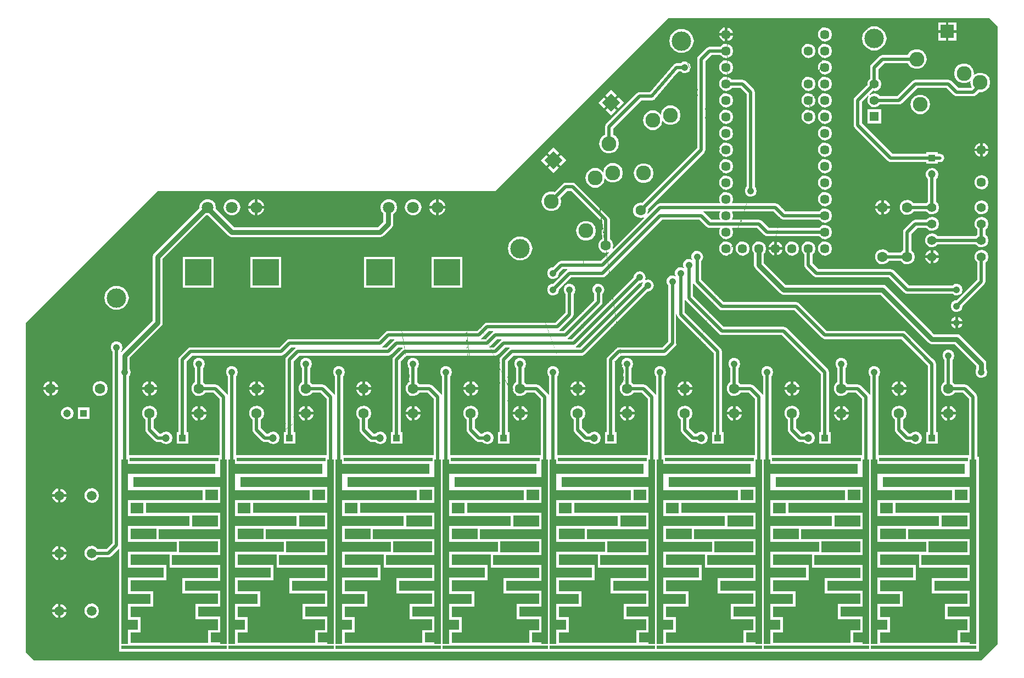
<source format=gtl>
%FSLAX33Y33*%
%MOMM*%
%AMRect-W4000000-H4000000-RO1.000*
21,1,4.,4.,0.,0.,180*%
%AMRect-W1000000-H1000000-RO1.000*
21,1,1.,1.,0.,0.,180*%
%AMRect-W2032000-H2032000-RO0.250*
21,1,2.032,2.032,0.,0.,315*%
%AMRect-W1400000-H1400000-RO1.000*
21,1,1.4,1.4,0.,0.,180*%
%AMRect-W2032000-H2032000-RO0.500*
21,1,2.032,2.032,0.,0.,270*%
%AMRect-W1000000-H1000000-RO0.500*
21,1,1.,1.,0.,0.,270*%
%ADD10C,0.508*%
%ADD11C,0.762*%
%ADD12C,1.0668*%
%ADD13C,3.*%
%ADD14C,1.8*%
%ADD15Rect-W4000000-H4000000-RO1.000*%
%ADD16C,1.6*%
%ADD17R,13.739999X0.6*%
%ADD18R,16.239999X0.6*%
%ADD19R,6.X1.6*%
%ADD20R,1.X28.*%
%ADD21R,2.X1.6*%
%ADD22R,8.X1.6*%
%ADD23R,12.X1.6*%
%ADD24R,4.X1.6*%
%ADD25R,13.999998X1.6*%
%ADD26R,0.3556X0.04572*%
%ADD27R,10.X1.6*%
%ADD28R,1.X1.*%
%ADD29C,1.6*%
%ADD30C,1.6*%
%ADD31C,1.2*%
%ADD32Rect-W1000000-H1000000-RO1.000*%
%ADD33C,2.286*%
%ADD34Rect-W2032000-H2032000-RO0.250*%
%ADD35C,1.5*%
%ADD36C,1.45*%
%ADD37C,1.4*%
%ADD38Rect-W1400000-H1400000-RO1.000*%
%ADD39C,1.6*%
%ADD40C,1.0668*%
%ADD41C,1.45*%
%ADD42C,2.286*%
%ADD43Rect-W2032000-H2032000-RO0.500*%
%ADD44C,1.2*%
%ADD45Rect-W1000000-H1000000-RO0.500*%
%ADD46C,1.4*%
D10*
%LNpour fill*%
G36*
G01*
X149860Y2540D02*
X149860Y34290D01*
X138141Y34290D01*
X138029Y33834D01*
X137717Y33483D01*
X137278Y33316D01*
X136812Y33373D01*
X136403Y33655D01*
X135890Y33655D01*
X135647Y33703D01*
X135441Y33841D01*
X134171Y35111D01*
X134033Y35317D01*
X133985Y35560D01*
X133985Y37145D01*
X133736Y37317D01*
X133473Y37817D01*
X133473Y38383D01*
X133736Y38883D01*
X134201Y39204D01*
X134762Y39272D01*
X135291Y39072D01*
X135666Y38649D01*
X135801Y38100D01*
X135666Y37551D01*
X135291Y37128D01*
X135255Y37114D01*
X135255Y35823D01*
X136153Y34925D01*
X136403Y34925D01*
X136812Y35207D01*
X137278Y35264D01*
X137717Y35097D01*
X138029Y34746D01*
X138141Y34290D01*
X149860Y34290D01*
X149860Y35171D01*
X140581Y35171D01*
X140581Y33409D01*
X138819Y33409D01*
X138819Y35171D01*
X139065Y35171D01*
X139065Y45457D01*
X134992Y49530D01*
X123190Y49530D01*
X122947Y49578D01*
X122741Y49716D01*
X118482Y53975D01*
X107315Y53975D01*
X107072Y54023D01*
X106866Y54161D01*
X103056Y57971D01*
X102960Y58114D01*
X102870Y58087D01*
X102870Y56143D01*
X107578Y51435D01*
X116840Y51435D01*
X117083Y51387D01*
X117289Y51249D01*
X119802Y48736D01*
X119802Y48736D01*
X123639Y44899D01*
X123777Y44693D01*
X123825Y44450D01*
X123825Y39940D01*
X123825Y39940D01*
X123825Y35171D01*
X124071Y35171D01*
X124071Y33409D01*
X122309Y33409D01*
X122309Y35171D01*
X122555Y35171D01*
X122555Y44187D01*
X116577Y50165D01*
X107315Y50165D01*
X107072Y50213D01*
X106866Y50351D01*
X101786Y55431D01*
X101690Y55574D01*
X101600Y55547D01*
X101600Y53603D01*
X107129Y48074D01*
X107267Y47868D01*
X107315Y47625D01*
X107315Y39940D01*
X107315Y39940D01*
X107315Y35171D01*
X107561Y35171D01*
X107561Y33409D01*
X105799Y33409D01*
X105799Y35171D01*
X106045Y35171D01*
X106045Y47362D01*
X100516Y52891D01*
X100378Y53097D01*
X100318Y53403D01*
X100203Y53391D01*
X100203Y48832D01*
X100317Y48832D01*
X100282Y48652D01*
X100144Y48446D01*
X99822Y48124D01*
X99822Y48124D01*
X98874Y47176D01*
X98668Y47038D01*
X98425Y46990D01*
X91703Y46990D01*
X90805Y46092D01*
X90805Y35171D01*
X91051Y35171D01*
X91051Y33409D01*
X89289Y33409D01*
X89289Y35171D01*
X89535Y35171D01*
X89535Y46355D01*
X89583Y46598D01*
X89721Y46804D01*
X90991Y48074D01*
X91197Y48212D01*
X91440Y48260D01*
X98162Y48260D01*
X99060Y49158D01*
X99060Y57780D01*
X99011Y57814D01*
X98807Y58201D01*
X98807Y58639D01*
X99011Y59026D01*
X99371Y59275D01*
X99805Y59328D01*
X100123Y59207D01*
X100181Y59273D01*
X100077Y59471D01*
X100077Y59909D01*
X100281Y60296D01*
X100641Y60545D01*
X101075Y60598D01*
X101393Y60477D01*
X101451Y60543D01*
X101347Y60741D01*
X101347Y61179D01*
X101551Y61566D01*
X101911Y61815D01*
X102345Y61868D01*
X102663Y61747D01*
X102721Y61813D01*
X102617Y62011D01*
X102617Y62449D01*
X102821Y62836D01*
X103181Y63085D01*
X103615Y63138D01*
X104024Y62983D01*
X104315Y62655D01*
X104419Y62230D01*
X104315Y61805D01*
X104140Y61608D01*
X104140Y58683D01*
X107578Y55245D01*
X118745Y55245D01*
X118988Y55197D01*
X119194Y55059D01*
X119802Y54451D01*
X119802Y54451D01*
X123453Y50800D01*
X135255Y50800D01*
X135498Y50752D01*
X135704Y50614D01*
X139782Y46536D01*
X139782Y46536D01*
X140149Y46169D01*
X140287Y45963D01*
X140335Y45720D01*
X140335Y39940D01*
X140335Y39940D01*
X140335Y35171D01*
X140581Y35171D01*
X149860Y35171D01*
X149860Y37900D01*
X143372Y37900D01*
X143286Y37551D01*
X142911Y37128D01*
X142440Y36949D01*
X142440Y37900D01*
X143372Y37900D01*
X149860Y37900D01*
X149860Y38300D01*
X143372Y38300D01*
X142440Y38300D01*
X142440Y39251D01*
X142911Y39072D01*
X143286Y38649D01*
X143372Y38300D01*
X149860Y38300D01*
X149860Y39231D01*
X142040Y39231D01*
X142040Y38300D01*
X141093Y38300D01*
X141093Y38383D01*
X141356Y38883D01*
X141821Y39204D01*
X142040Y39231D01*
X149860Y39231D01*
X149860Y41710D01*
X135752Y41710D01*
X135666Y41361D01*
X135291Y40938D01*
X134820Y40759D01*
X134820Y41710D01*
X135752Y41710D01*
X149860Y41710D01*
X149860Y42110D01*
X135752Y42110D01*
X134820Y42110D01*
X134820Y43061D01*
X135291Y42882D01*
X135666Y42459D01*
X135752Y42110D01*
X149860Y42110D01*
X149860Y43041D01*
X134420Y43041D01*
X134420Y42110D01*
X133473Y42110D01*
X133473Y42193D01*
X133736Y42693D01*
X134201Y43014D01*
X134420Y43041D01*
X149860Y43041D01*
X149860Y44450D01*
X148234Y44450D01*
X148130Y44025D01*
X147839Y43697D01*
X147430Y43542D01*
X146996Y43595D01*
X146636Y43844D01*
X146432Y44231D01*
X146432Y44669D01*
X146558Y44909D01*
X146558Y45404D01*
X143194Y48768D01*
X139860Y48768D01*
X139860Y48768D01*
X139700Y48768D01*
X139408Y48826D01*
X139161Y48991D01*
X131764Y56388D01*
X119880Y56388D01*
X119880Y56388D01*
X116840Y56388D01*
X116548Y56446D01*
X116301Y56611D01*
X112491Y60421D01*
X112326Y60668D01*
X112268Y60960D01*
X112268Y62721D01*
X112202Y62767D01*
X111956Y63235D01*
X111956Y63765D01*
X112202Y64233D01*
X112638Y64534D01*
X113163Y64598D01*
X113658Y64410D01*
X114009Y64014D01*
X114136Y63500D01*
X114009Y62986D01*
X113792Y62741D01*
X113792Y61276D01*
X117156Y57912D01*
X132080Y57912D01*
X132372Y57854D01*
X132619Y57689D01*
X139782Y50526D01*
X139782Y50526D01*
X140016Y50292D01*
X143510Y50292D01*
X143802Y50234D01*
X144049Y50069D01*
X147859Y46259D01*
X148024Y46012D01*
X148082Y45720D01*
X148082Y44929D01*
X148130Y44875D01*
X148234Y44450D01*
X149860Y44450D01*
X149860Y51880D01*
X144377Y51880D01*
X144320Y51645D01*
X144029Y51317D01*
X143701Y51193D01*
X143701Y51880D01*
X144377Y51880D01*
X149860Y51880D01*
X149860Y52261D01*
X144377Y52261D01*
X143701Y52261D01*
X143701Y52947D01*
X144029Y52823D01*
X144320Y52495D01*
X144377Y52261D01*
X149860Y52261D01*
X149860Y52941D01*
X143320Y52941D01*
X143320Y52261D01*
X142622Y52261D01*
X142622Y52289D01*
X142826Y52676D01*
X143186Y52925D01*
X143320Y52941D01*
X149860Y52941D01*
X149860Y57150D01*
X144424Y57150D01*
X144320Y56725D01*
X144029Y56397D01*
X143620Y56242D01*
X143186Y56295D01*
X142867Y56515D01*
X139860Y56515D01*
X139860Y56515D01*
X135890Y56515D01*
X135647Y56563D01*
X135441Y56701D01*
X133087Y59055D01*
X121920Y59055D01*
X121677Y59103D01*
X121471Y59241D01*
X120201Y60511D01*
X120063Y60717D01*
X120015Y60960D01*
X120015Y62633D01*
X119822Y62767D01*
X119576Y63235D01*
X119576Y63765D01*
X119822Y64233D01*
X120258Y64534D01*
X120783Y64598D01*
X121278Y64410D01*
X121629Y64014D01*
X121756Y63500D01*
X121629Y62986D01*
X121285Y62597D01*
X121285Y61223D01*
X122183Y60325D01*
X133350Y60325D01*
X133593Y60277D01*
X133799Y60139D01*
X134018Y59920D01*
X134018Y59920D01*
X136153Y57785D01*
X142867Y57785D01*
X143186Y58005D01*
X143620Y58058D01*
X144029Y57903D01*
X144320Y57575D01*
X144424Y57150D01*
X149860Y57150D01*
X149860Y62030D01*
X140732Y62030D01*
X140657Y61728D01*
X140314Y61340D01*
X139900Y61183D01*
X139900Y62030D01*
X140732Y62030D01*
X149860Y62030D01*
X149860Y62230D01*
X148401Y62230D01*
X148277Y61728D01*
X147955Y61364D01*
X147955Y59940D01*
X147955Y59940D01*
X147955Y58420D01*
X147907Y58177D01*
X147769Y57971D01*
X144430Y54632D01*
X144320Y54185D01*
X144029Y53857D01*
X143620Y53702D01*
X143186Y53755D01*
X142826Y54004D01*
X142622Y54391D01*
X142622Y54829D01*
X142826Y55216D01*
X143186Y55465D01*
X143506Y55504D01*
X146685Y58683D01*
X146685Y61393D01*
X146511Y61513D01*
X146270Y61971D01*
X146270Y62489D01*
X146511Y62947D01*
X146937Y63241D01*
X147450Y63303D01*
X147934Y63120D01*
X148277Y62732D01*
X148401Y62230D01*
X149860Y62230D01*
X149860Y62430D01*
X140732Y62430D01*
X139900Y62430D01*
X139900Y63277D01*
X140314Y63120D01*
X140657Y62732D01*
X140732Y62430D01*
X149860Y62430D01*
X149860Y63263D01*
X139500Y63263D01*
X139500Y62430D01*
X138650Y62430D01*
X138650Y62489D01*
X138891Y62947D01*
X139317Y63241D01*
X139500Y63263D01*
X149860Y63263D01*
X149860Y63500D01*
X124296Y63500D01*
X124169Y62986D01*
X123818Y62590D01*
X123323Y62402D01*
X122798Y62466D01*
X122362Y62767D01*
X122116Y63235D01*
X122116Y63765D01*
X122362Y64233D01*
X122798Y64534D01*
X123323Y64598D01*
X123818Y64410D01*
X124169Y64014D01*
X124296Y63500D01*
X149860Y63500D01*
X149860Y67310D01*
X148401Y67310D01*
X148277Y66808D01*
X147955Y66444D01*
X147955Y65636D01*
X148277Y65272D01*
X148401Y64770D01*
X148277Y64268D01*
X147934Y63880D01*
X147450Y63697D01*
X146937Y63759D01*
X146511Y64053D01*
X146468Y64135D01*
X140540Y64135D01*
X140314Y63880D01*
X139830Y63697D01*
X139317Y63759D01*
X138891Y64053D01*
X138650Y64511D01*
X138650Y65029D01*
X138891Y65487D01*
X139317Y65781D01*
X139830Y65843D01*
X140314Y65660D01*
X140540Y65405D01*
X146468Y65405D01*
X146511Y65487D01*
X146685Y65607D01*
X146685Y66473D01*
X146511Y66593D01*
X146270Y67051D01*
X146270Y67569D01*
X146511Y68027D01*
X146937Y68321D01*
X147450Y68383D01*
X147934Y68200D01*
X148277Y67812D01*
X148401Y67310D01*
X149860Y67310D01*
X149860Y69650D01*
X133212Y69650D01*
X133126Y69301D01*
X132751Y68878D01*
X132280Y68699D01*
X132280Y69650D01*
X133212Y69650D01*
X149860Y69650D01*
X149860Y69850D01*
X148401Y69850D01*
X148277Y69348D01*
X147934Y68960D01*
X147450Y68777D01*
X146937Y68839D01*
X146511Y69133D01*
X146270Y69591D01*
X146270Y70109D01*
X146511Y70567D01*
X146937Y70861D01*
X147450Y70923D01*
X147934Y70740D01*
X148277Y70352D01*
X148401Y69850D01*
X149860Y69850D01*
X149860Y70050D01*
X133212Y70050D01*
X132280Y70050D01*
X132280Y71001D01*
X132751Y70822D01*
X133126Y70399D01*
X133212Y70050D01*
X149860Y70050D01*
X149860Y70981D01*
X131880Y70981D01*
X131880Y70050D01*
X130933Y70050D01*
X130933Y70133D01*
X131196Y70633D01*
X131661Y70954D01*
X131880Y70981D01*
X149860Y70981D01*
X149860Y71120D01*
X124296Y71120D01*
X124169Y70606D01*
X123818Y70210D01*
X123323Y70022D01*
X122798Y70086D01*
X122362Y70387D01*
X122116Y70855D01*
X122116Y71385D01*
X122362Y71853D01*
X122798Y72154D01*
X123323Y72218D01*
X123818Y72030D01*
X124169Y71634D01*
X124296Y71120D01*
X149860Y71120D01*
X149860Y73700D01*
X148426Y73700D01*
X148299Y73186D01*
X147948Y72790D01*
X147453Y72602D01*
X146928Y72666D01*
X146492Y72967D01*
X146246Y73435D01*
X146246Y73965D01*
X146492Y74433D01*
X146928Y74734D01*
X147453Y74798D01*
X147948Y74610D01*
X148299Y74214D01*
X148426Y73700D01*
X149860Y73700D01*
X149860Y78500D01*
X148377Y78500D01*
X148299Y78186D01*
X147948Y77790D01*
X147520Y77627D01*
X147520Y78500D01*
X148377Y78500D01*
X149860Y78500D01*
X149860Y78900D01*
X148377Y78900D01*
X147520Y78900D01*
X147520Y79773D01*
X147948Y79610D01*
X148299Y79214D01*
X148377Y78900D01*
X149860Y78900D01*
X149860Y79757D01*
X147120Y79757D01*
X147120Y78900D01*
X146246Y78900D01*
X146246Y78965D01*
X146492Y79433D01*
X146928Y79734D01*
X147120Y79757D01*
X149860Y79757D01*
X149860Y85720D01*
X139395Y85720D01*
X139244Y85058D01*
X138821Y84528D01*
X138210Y84234D01*
X137532Y84234D01*
X136921Y84528D01*
X136498Y85058D01*
X136347Y85720D01*
X136498Y86381D01*
X136921Y86911D01*
X137532Y87205D01*
X138210Y87205D01*
X138821Y86911D01*
X139244Y86381D01*
X139395Y85720D01*
X149860Y85720D01*
X149860Y89115D01*
X148666Y89115D01*
X148515Y88454D01*
X148092Y87924D01*
X147481Y87629D01*
X146947Y87629D01*
X146499Y87181D01*
X146293Y87043D01*
X146050Y86995D01*
X143510Y86995D01*
X143267Y87043D01*
X143061Y87181D01*
X141977Y88265D01*
X137423Y88265D01*
X135069Y85911D01*
X134863Y85773D01*
X134620Y85725D01*
X131650Y85725D01*
X131424Y85470D01*
X130940Y85287D01*
X130427Y85349D01*
X130001Y85643D01*
X129760Y86101D01*
X129760Y86619D01*
X129960Y87000D01*
X129873Y87065D01*
X128905Y86097D01*
X128905Y82813D01*
X133613Y78105D01*
X138819Y78105D01*
X138819Y78331D01*
X140581Y78331D01*
X140581Y78105D01*
X140970Y78105D01*
X141213Y78057D01*
X141419Y77919D01*
X141557Y77713D01*
X141605Y77470D01*
X141557Y77227D01*
X141419Y77021D01*
X141213Y76883D01*
X140970Y76835D01*
X140581Y76835D01*
X140581Y76569D01*
X138819Y76569D01*
X138819Y76835D01*
X133350Y76835D01*
X133107Y76883D01*
X132901Y77021D01*
X127821Y82101D01*
X127683Y82307D01*
X127635Y82550D01*
X127635Y86360D01*
X127683Y86603D01*
X127821Y86809D01*
X129760Y88748D01*
X129760Y89119D01*
X130001Y89577D01*
X130175Y89697D01*
X130175Y91440D01*
X130223Y91683D01*
X130361Y91889D01*
X131631Y93159D01*
X131837Y93297D01*
X132080Y93345D01*
X135942Y93345D01*
X136388Y93904D01*
X136999Y94198D01*
X137677Y94198D01*
X138288Y93904D01*
X138711Y93374D01*
X138862Y92713D01*
X138711Y92051D01*
X138288Y91521D01*
X137677Y91227D01*
X136999Y91227D01*
X136388Y91521D01*
X135946Y92075D01*
X132343Y92075D01*
X131445Y91177D01*
X131445Y89726D01*
X131767Y89362D01*
X131891Y88860D01*
X131767Y88358D01*
X131424Y87970D01*
X130940Y87787D01*
X130632Y87824D01*
X130079Y87271D01*
X130154Y87182D01*
X130427Y87371D01*
X130940Y87433D01*
X131424Y87250D01*
X131650Y86995D01*
X134357Y86995D01*
X136711Y89349D01*
X136917Y89487D01*
X137160Y89535D01*
X139860Y89535D01*
X139860Y89535D01*
X142240Y89535D01*
X142483Y89487D01*
X142689Y89349D01*
X143773Y88265D01*
X145787Y88265D01*
X145861Y88339D01*
X145769Y88454D01*
X145618Y89115D01*
X145655Y89278D01*
X145593Y89328D01*
X144967Y89026D01*
X144288Y89026D01*
X143677Y89321D01*
X143255Y89851D01*
X143104Y90512D01*
X143255Y91173D01*
X143677Y91704D01*
X144288Y91998D01*
X144967Y91998D01*
X145578Y91704D01*
X146001Y91173D01*
X146152Y90512D01*
X146114Y90349D01*
X146177Y90299D01*
X146803Y90601D01*
X147481Y90601D01*
X148092Y90307D01*
X148515Y89776D01*
X148666Y89115D01*
X149860Y89115D01*
X149860Y78500D01*
X147120Y78500D01*
X147120Y77643D01*
X146928Y77666D01*
X146492Y77967D01*
X146246Y78435D01*
X146246Y78500D01*
X147120Y78500D01*
X149860Y78500D01*
X149860Y69850D01*
X140781Y69850D01*
X140657Y69348D01*
X140314Y68960D01*
X139830Y68777D01*
X139317Y68839D01*
X138891Y69133D01*
X138848Y69215D01*
X136859Y69215D01*
X136561Y68878D01*
X136032Y68678D01*
X135471Y68746D01*
X135006Y69067D01*
X134743Y69567D01*
X134743Y70133D01*
X135006Y70633D01*
X135471Y70954D01*
X136032Y71022D01*
X136561Y70822D01*
X136859Y70485D01*
X138848Y70485D01*
X138891Y70567D01*
X139065Y70687D01*
X139065Y74231D01*
X138966Y74299D01*
X138748Y74715D01*
X138748Y75185D01*
X138966Y75601D01*
X139352Y75867D01*
X139818Y75924D01*
X140257Y75757D01*
X140569Y75406D01*
X140681Y74950D01*
X140569Y74494D01*
X140335Y74230D01*
X140335Y70716D01*
X140657Y70352D01*
X140781Y69850D01*
X149860Y69850D01*
X149860Y69650D01*
X131880Y69650D01*
X131880Y68719D01*
X131661Y68746D01*
X131196Y69067D01*
X130933Y69567D01*
X130933Y69650D01*
X131880Y69650D01*
X149860Y69650D01*
X149860Y67310D01*
X140781Y67310D01*
X140657Y66808D01*
X140314Y66420D01*
X139830Y66237D01*
X139317Y66299D01*
X138891Y66593D01*
X138848Y66675D01*
X137423Y66675D01*
X136525Y65777D01*
X136525Y63216D01*
X136561Y63202D01*
X136936Y62779D01*
X137071Y62230D01*
X136936Y61681D01*
X136561Y61258D01*
X136032Y61058D01*
X135471Y61126D01*
X135006Y61447D01*
X134928Y61595D01*
X133049Y61595D01*
X132751Y61258D01*
X132222Y61058D01*
X131661Y61126D01*
X131196Y61447D01*
X130933Y61947D01*
X130933Y62513D01*
X131196Y63013D01*
X131661Y63334D01*
X132222Y63402D01*
X132751Y63202D01*
X133049Y62865D01*
X134928Y62865D01*
X135006Y63013D01*
X135255Y63185D01*
X135255Y66040D01*
X135303Y66283D01*
X135441Y66489D01*
X136711Y67759D01*
X136917Y67897D01*
X137160Y67945D01*
X138848Y67945D01*
X138891Y68027D01*
X139317Y68321D01*
X139830Y68383D01*
X140314Y68200D01*
X140657Y67812D01*
X140781Y67310D01*
X149860Y67310D01*
X149860Y63500D01*
X119216Y63500D01*
X119089Y62986D01*
X118738Y62590D01*
X118243Y62402D01*
X117718Y62466D01*
X117282Y62767D01*
X117036Y63235D01*
X117036Y63765D01*
X117282Y64233D01*
X117718Y64534D01*
X118243Y64598D01*
X118738Y64410D01*
X119089Y64014D01*
X119216Y63500D01*
X149860Y63500D01*
X149860Y62030D01*
X139500Y62030D01*
X139500Y61197D01*
X139317Y61219D01*
X138891Y61513D01*
X138650Y61971D01*
X138650Y62030D01*
X139500Y62030D01*
X149860Y62030D01*
X149860Y51880D01*
X143320Y51880D01*
X143320Y51199D01*
X143186Y51215D01*
X142826Y51464D01*
X142622Y51851D01*
X142622Y51880D01*
X143320Y51880D01*
X149860Y51880D01*
X149860Y43041D01*
X117910Y43041D01*
X117910Y42110D01*
X116963Y42110D01*
X116963Y42193D01*
X117226Y42693D01*
X117691Y43014D01*
X117910Y43041D01*
X149860Y43041D01*
X149860Y42110D01*
X119242Y42110D01*
X118310Y42110D01*
X118310Y43061D01*
X118781Y42882D01*
X119156Y42459D01*
X119242Y42110D01*
X149860Y42110D01*
X149860Y41710D01*
X134420Y41710D01*
X134420Y40779D01*
X134201Y40806D01*
X133736Y41127D01*
X133473Y41627D01*
X133473Y41710D01*
X134420Y41710D01*
X149860Y41710D01*
X149860Y39231D01*
X125530Y39231D01*
X125530Y38300D01*
X124583Y38300D01*
X124583Y38383D01*
X124846Y38883D01*
X125311Y39204D01*
X125530Y39231D01*
X149860Y39231D01*
X149860Y38300D01*
X126862Y38300D01*
X125930Y38300D01*
X125930Y39251D01*
X126401Y39072D01*
X126776Y38649D01*
X126862Y38300D01*
X149860Y38300D01*
X149860Y37900D01*
X142040Y37900D01*
X142040Y36969D01*
X141821Y36996D01*
X141356Y37317D01*
X141093Y37817D01*
X141093Y37900D01*
X142040Y37900D01*
X149860Y37900D01*
X149860Y37900D01*
X126862Y37900D01*
X126776Y37551D01*
X126401Y37128D01*
X125930Y36949D01*
X125930Y37900D01*
X126862Y37900D01*
X149860Y37900D01*
X149860Y37900D01*
X125530Y37900D01*
X125530Y36969D01*
X125311Y36996D01*
X124846Y37317D01*
X124583Y37817D01*
X124583Y37900D01*
X125530Y37900D01*
X149860Y37900D01*
X149860Y34290D01*
X121631Y34290D01*
X121519Y33834D01*
X121207Y33483D01*
X120768Y33316D01*
X120302Y33373D01*
X119893Y33655D01*
X119880Y33655D01*
X119880Y33655D01*
X119380Y33655D01*
X119137Y33703D01*
X118931Y33841D01*
X117661Y35111D01*
X117523Y35317D01*
X117475Y35560D01*
X117475Y37145D01*
X117226Y37317D01*
X116963Y37817D01*
X116963Y38383D01*
X117226Y38883D01*
X117691Y39204D01*
X118252Y39272D01*
X118781Y39072D01*
X119156Y38649D01*
X119291Y38100D01*
X119156Y37551D01*
X118781Y37128D01*
X118745Y37114D01*
X118745Y35823D01*
X119643Y34925D01*
X119893Y34925D01*
X120302Y35207D01*
X120768Y35264D01*
X121207Y35097D01*
X121519Y34746D01*
X121631Y34290D01*
X149860Y34290D01*
X149860Y41710D01*
X119242Y41710D01*
X119156Y41361D01*
X118781Y40938D01*
X118310Y40759D01*
X118310Y41710D01*
X119242Y41710D01*
X149860Y41710D01*
X149860Y41710D01*
X117910Y41710D01*
X117910Y40779D01*
X117691Y40806D01*
X117226Y41127D01*
X116963Y41627D01*
X116963Y41710D01*
X117910Y41710D01*
X149860Y41710D01*
X149860Y97790D01*
X148590Y99060D01*
X142227Y99060D01*
X142227Y98361D01*
X143434Y98361D01*
X143434Y97154D01*
X142227Y97154D01*
X142227Y98361D01*
X142227Y99060D01*
X140640Y99060D01*
X140640Y98361D01*
X141846Y98361D01*
X141846Y97154D01*
X140640Y97154D01*
X140640Y98361D01*
X140640Y99060D01*
X130391Y99060D01*
X130391Y97719D01*
X131229Y97719D01*
X131983Y97356D01*
X132505Y96701D01*
X132691Y95885D01*
X132505Y95069D01*
X131983Y94414D01*
X131229Y94051D01*
X130391Y94051D01*
X129637Y94414D01*
X129115Y95069D01*
X128929Y95885D01*
X129115Y96701D01*
X129637Y97356D01*
X130391Y97719D01*
X130391Y99060D01*
X129729Y99060D01*
X129729Y84941D01*
X131891Y84941D01*
X131891Y82779D01*
X129729Y82779D01*
X129729Y84941D01*
X129729Y99060D01*
X123323Y99060D01*
X123323Y97618D01*
X123818Y97430D01*
X124169Y97034D01*
X124296Y96520D01*
X124169Y96006D01*
X123818Y95610D01*
X123323Y95422D01*
X122798Y95486D01*
X122362Y95787D01*
X122116Y96255D01*
X122116Y96785D01*
X122362Y97253D01*
X122798Y97554D01*
X123323Y97618D01*
X123323Y99060D01*
X120783Y99060D01*
X120783Y95078D01*
X121278Y94890D01*
X121629Y94494D01*
X121756Y93980D01*
X121629Y93466D01*
X121278Y93070D01*
X120783Y92882D01*
X120258Y92946D01*
X115370Y63300D01*
X115370Y62443D01*
X115178Y62466D01*
X114742Y62767D01*
X114496Y63235D01*
X114496Y63300D01*
X115370Y63300D01*
X120258Y92946D01*
X119822Y93247D01*
X119576Y93715D01*
X119576Y94245D01*
X119822Y94713D01*
X120258Y95014D01*
X120783Y95078D01*
X120783Y99060D01*
X108150Y99060D01*
X108150Y97593D01*
X108578Y97430D01*
X108929Y97034D01*
X109007Y96720D01*
X108150Y96720D01*
X108083Y79838D01*
X108578Y79650D01*
X108929Y79254D01*
X109056Y78740D01*
X108929Y78226D01*
X108578Y77830D01*
X108083Y77642D01*
X107558Y77706D01*
X107122Y78007D01*
X106876Y78475D01*
X106876Y79005D01*
X107122Y79473D01*
X107558Y79774D01*
X108083Y79838D01*
X108150Y96720D01*
X108083Y82378D01*
X108578Y82190D01*
X108929Y81794D01*
X109056Y81280D01*
X108929Y80766D01*
X108578Y80370D01*
X108083Y80182D01*
X107558Y80246D01*
X107122Y80547D01*
X106876Y81015D01*
X106876Y81545D01*
X107122Y82013D01*
X107558Y82314D01*
X108083Y82378D01*
X108150Y96720D01*
X108150Y97593D01*
X108150Y99060D01*
X108083Y99060D01*
X108083Y95078D01*
X108578Y94890D01*
X108929Y94494D01*
X109056Y93980D01*
X108929Y93466D01*
X108578Y93070D01*
X108083Y92882D01*
X107558Y92946D01*
X107122Y93247D01*
X107070Y93345D01*
X105673Y93345D01*
X104775Y92447D01*
X104775Y79920D01*
X104775Y79920D01*
X104775Y78740D01*
X104727Y78497D01*
X104589Y78291D01*
X95894Y69596D01*
X95950Y69369D01*
X95842Y68932D01*
X95926Y68884D01*
X97341Y70299D01*
X97547Y70437D01*
X97790Y70485D01*
X99900Y70485D01*
X99900Y70485D01*
X107070Y70485D01*
X106876Y70855D01*
X106876Y71385D01*
X107122Y71853D01*
X107558Y72154D01*
X108083Y72218D01*
X108578Y72030D01*
X108929Y71634D01*
X109056Y71120D01*
X108929Y70606D01*
X108888Y70560D01*
X108922Y70485D01*
X115570Y70485D01*
X115813Y70437D01*
X116019Y70299D01*
X117103Y69215D01*
X122310Y69215D01*
X122362Y69313D01*
X122798Y69614D01*
X123323Y69678D01*
X123818Y69490D01*
X124169Y69094D01*
X124296Y68580D01*
X124169Y68066D01*
X123818Y67670D01*
X123323Y67482D01*
X122798Y67546D01*
X122362Y67847D01*
X122310Y67945D01*
X119880Y67945D01*
X119880Y67945D01*
X116840Y67945D01*
X116597Y67993D01*
X116391Y68131D01*
X115307Y69215D01*
X108922Y69215D01*
X108888Y69140D01*
X108929Y69094D01*
X109056Y68580D01*
X108929Y68066D01*
X108888Y68020D01*
X108922Y67945D01*
X113030Y67945D01*
X113273Y67897D01*
X113479Y67759D01*
X114563Y66675D01*
X122310Y66675D01*
X122362Y66773D01*
X122798Y67074D01*
X123323Y67138D01*
X123818Y66950D01*
X124169Y66554D01*
X124296Y66040D01*
X124169Y65526D01*
X123818Y65130D01*
X123323Y64942D01*
X122798Y65006D01*
X122362Y65307D01*
X122310Y65405D01*
X114300Y65405D01*
X114199Y65425D01*
X114199Y65425D01*
X114057Y65453D01*
X113851Y65591D01*
X112767Y66675D01*
X108922Y66675D01*
X108888Y66600D01*
X108929Y66554D01*
X109056Y66040D01*
X108929Y65526D01*
X108578Y65130D01*
X108083Y64942D01*
X107558Y65006D01*
X107122Y65307D01*
X106876Y65775D01*
X106876Y66305D01*
X107070Y66675D01*
X105410Y66675D01*
X105309Y66695D01*
X105309Y66695D01*
X105167Y66723D01*
X104961Y66861D01*
X103877Y67945D01*
X98053Y67945D01*
X89349Y59241D01*
X89212Y59149D01*
X89143Y59103D01*
X88900Y59055D01*
X84083Y59055D01*
X82200Y57172D01*
X82090Y56725D01*
X81799Y56397D01*
X81390Y56242D01*
X80956Y56295D01*
X80596Y56544D01*
X80392Y56931D01*
X80392Y57369D01*
X80596Y57756D01*
X80956Y58005D01*
X81276Y58044D01*
X83371Y60139D01*
X83514Y60235D01*
X83487Y60325D01*
X82813Y60325D01*
X82200Y59712D01*
X82090Y59265D01*
X81799Y58937D01*
X81390Y58782D01*
X80956Y58835D01*
X80596Y59084D01*
X80392Y59471D01*
X80392Y59909D01*
X80596Y60296D01*
X80956Y60545D01*
X81276Y60584D01*
X82101Y61409D01*
X82307Y61547D01*
X82550Y61595D01*
X88637Y61595D01*
X89878Y62836D01*
X89822Y62922D01*
X89523Y62809D01*
X88962Y62877D01*
X88497Y63198D01*
X88234Y63698D01*
X88234Y64264D01*
X88497Y64764D01*
X88746Y64936D01*
X88746Y67682D01*
X84038Y72390D01*
X83448Y72390D01*
X82423Y71365D01*
X82556Y70785D01*
X82405Y70124D01*
X81982Y69594D01*
X81371Y69300D01*
X80693Y69300D01*
X80082Y69594D01*
X79659Y70124D01*
X79508Y70785D01*
X79659Y71447D01*
X80082Y71977D01*
X80693Y72271D01*
X81371Y72271D01*
X81480Y72218D01*
X82736Y73474D01*
X82942Y73612D01*
X83185Y73660D01*
X84301Y73660D01*
X84544Y73612D01*
X84750Y73474D01*
X89830Y68394D01*
X89968Y68188D01*
X90016Y67945D01*
X90016Y64966D01*
X90052Y64953D01*
X90427Y64530D01*
X90562Y63981D01*
X90454Y63544D01*
X90538Y63496D01*
X95266Y68224D01*
X95210Y68310D01*
X94911Y68197D01*
X94350Y68265D01*
X93885Y68586D01*
X93622Y69086D01*
X93622Y69652D01*
X93885Y70152D01*
X94350Y70473D01*
X94911Y70541D01*
X95007Y70505D01*
X103505Y79003D01*
X103505Y92710D01*
X103553Y92953D01*
X103691Y93159D01*
X104961Y94429D01*
X105167Y94567D01*
X105410Y94615D01*
X107070Y94615D01*
X107122Y94713D01*
X107558Y95014D01*
X108083Y95078D01*
X108083Y99060D01*
X107750Y99060D01*
X107750Y97577D01*
X107750Y96720D01*
X106876Y96720D01*
X106876Y96785D01*
X107122Y97253D01*
X107558Y97554D01*
X107750Y97577D01*
X107750Y99060D01*
X106876Y99060D01*
X106876Y96320D01*
X107750Y96320D01*
X107750Y95463D01*
X107558Y95486D01*
X107122Y95787D01*
X106876Y96255D01*
X106876Y96320D01*
X106876Y99060D01*
X100673Y99060D01*
X100673Y97338D01*
X101511Y97338D01*
X102265Y96975D01*
X102787Y96320D01*
X102973Y95504D01*
X102787Y94688D01*
X102265Y94033D01*
X101511Y93670D01*
X107558Y74694D01*
X108083Y74758D01*
X108578Y74570D01*
X108929Y74174D01*
X109056Y73660D01*
X108929Y73146D01*
X108578Y72750D01*
X108083Y72562D01*
X107558Y72626D01*
X107122Y72927D01*
X106876Y73395D01*
X106876Y73925D01*
X107122Y74393D01*
X107558Y74694D01*
X101511Y93670D01*
X107558Y77234D01*
X108083Y77298D01*
X108578Y77110D01*
X108929Y76714D01*
X109056Y76200D01*
X108929Y75686D01*
X108578Y75290D01*
X108083Y75102D01*
X107558Y75166D01*
X107122Y75467D01*
X106876Y75935D01*
X106876Y76465D01*
X107122Y76933D01*
X107558Y77234D01*
X101511Y93670D01*
X100673Y93670D01*
X99919Y94033D01*
X99886Y94075D01*
X99397Y94688D01*
X99211Y95504D01*
X99397Y96320D01*
X99919Y96975D01*
X100673Y97338D01*
X100673Y99060D01*
X108083Y99060D01*
X108083Y92538D01*
X108578Y92350D01*
X108929Y91954D01*
X109056Y91440D01*
X108929Y90926D01*
X108578Y90530D01*
X108083Y90342D01*
X110623Y64598D01*
X111118Y64410D01*
X111469Y64014D01*
X111596Y63500D01*
X111469Y62986D01*
X111118Y62590D01*
X110623Y62402D01*
X110098Y62466D01*
X109662Y62767D01*
X109416Y63235D01*
X109416Y63765D01*
X109662Y64233D01*
X110098Y64534D01*
X110623Y64598D01*
X108083Y90342D01*
X108083Y64598D01*
X108578Y64410D01*
X108929Y64014D01*
X109056Y63500D01*
X108929Y62986D01*
X108578Y62590D01*
X108083Y62402D01*
X107558Y62466D01*
X107122Y62767D01*
X106876Y63235D01*
X106876Y63765D01*
X107122Y64233D01*
X107558Y64534D01*
X108083Y64598D01*
X108083Y90342D01*
X107558Y90406D01*
X107122Y90707D01*
X106876Y91175D01*
X106876Y91705D01*
X107122Y92173D01*
X107558Y92474D01*
X108083Y92538D01*
X108083Y99060D01*
X108150Y99060D01*
X108150Y96320D01*
X109007Y96320D01*
X108929Y96006D01*
X108578Y95610D01*
X108150Y95447D01*
X108150Y96320D01*
X108150Y99060D01*
X120783Y99060D01*
X120783Y89998D01*
X121278Y89810D01*
X121629Y89414D01*
X121756Y88900D01*
X121629Y88386D01*
X121278Y87990D01*
X120783Y87802D01*
X120258Y87866D01*
X119822Y88167D01*
X119576Y88635D01*
X119576Y89165D01*
X119822Y89633D01*
X120258Y89934D01*
X120783Y89998D01*
X120783Y99060D01*
X123323Y99060D01*
X123323Y95078D01*
X123818Y94890D01*
X124169Y94494D01*
X124296Y93980D01*
X124169Y93466D01*
X123818Y93070D01*
X123323Y92882D01*
X122798Y92946D01*
X116627Y63300D01*
X116549Y62986D01*
X116198Y62590D01*
X115770Y62427D01*
X115770Y63300D01*
X116627Y63300D01*
X122798Y92946D01*
X115370Y64557D01*
X115370Y63700D01*
X114496Y63700D01*
X114496Y63765D01*
X114742Y64233D01*
X115178Y64534D01*
X115370Y64557D01*
X122798Y92946D01*
X115770Y64573D01*
X116198Y64410D01*
X116549Y64014D01*
X116627Y63700D01*
X115770Y63700D01*
X115770Y64573D01*
X122798Y92946D01*
X122362Y93247D01*
X122116Y93715D01*
X122116Y94245D01*
X122362Y94713D01*
X122798Y95014D01*
X123323Y95078D01*
X123323Y99060D01*
X140640Y99060D01*
X140640Y96773D01*
X141846Y96773D01*
X141846Y95567D01*
X140640Y95567D01*
X140640Y96773D01*
X140640Y99060D01*
X142227Y99060D01*
X142227Y96773D01*
X143434Y96773D01*
X143434Y95567D01*
X142227Y95567D01*
X142227Y96773D01*
X142227Y99060D01*
X123323Y99060D01*
X123323Y92538D01*
X123818Y92350D01*
X124169Y91954D01*
X124296Y91440D01*
X124169Y90926D01*
X123818Y90530D01*
X123323Y90342D01*
X122798Y90406D01*
X122362Y90707D01*
X122116Y91175D01*
X122116Y91705D01*
X122362Y92173D01*
X122798Y92474D01*
X123323Y92538D01*
X123323Y99060D01*
X123323Y99060D01*
X123323Y89998D01*
X123818Y89810D01*
X124169Y89414D01*
X124296Y88900D01*
X124169Y88386D01*
X123818Y87990D01*
X123323Y87802D01*
X122798Y87866D01*
X122362Y88167D01*
X122116Y88635D01*
X122116Y89165D01*
X122362Y89633D01*
X122798Y89934D01*
X123323Y89998D01*
X123323Y99060D01*
X120783Y99060D01*
X120783Y87458D01*
X121278Y87270D01*
X121629Y86874D01*
X121756Y86360D01*
X121629Y85846D01*
X121278Y85450D01*
X120783Y85262D01*
X120258Y85326D01*
X119822Y85627D01*
X119576Y86095D01*
X119576Y86625D01*
X119822Y87093D01*
X120258Y87394D01*
X120783Y87458D01*
X120783Y99060D01*
X108083Y99060D01*
X108083Y89998D01*
X108578Y89810D01*
X108822Y89535D01*
X110490Y89535D01*
X110733Y89487D01*
X110939Y89349D01*
X112209Y88079D01*
X112347Y87873D01*
X112395Y87630D01*
X112395Y79900D01*
X112395Y79900D01*
X112395Y73012D01*
X112570Y72815D01*
X112674Y72390D01*
X112570Y71965D01*
X112279Y71637D01*
X111870Y71482D01*
X111436Y71535D01*
X101400Y41710D01*
X101400Y40779D01*
X101181Y40806D01*
X100716Y41127D01*
X100453Y41627D01*
X100453Y41710D01*
X101400Y41710D01*
X111436Y71535D01*
X102732Y41710D01*
X102646Y41361D01*
X102271Y40938D01*
X101800Y40759D01*
X101800Y41710D01*
X102732Y41710D01*
X111436Y71535D01*
X101400Y43041D01*
X101400Y42110D01*
X100453Y42110D01*
X100453Y42193D01*
X100716Y42693D01*
X101181Y43014D01*
X101400Y43041D01*
X111436Y71535D01*
X101800Y43061D01*
X102271Y42882D01*
X102646Y42459D01*
X102732Y42110D01*
X101800Y42110D01*
X101800Y43061D01*
X111436Y71535D01*
X111076Y71784D01*
X110872Y72171D01*
X110872Y72609D01*
X111076Y72996D01*
X111125Y73030D01*
X111125Y87367D01*
X110227Y88265D01*
X108822Y88265D01*
X108578Y87990D01*
X108083Y87802D01*
X107558Y87866D01*
X107122Y88167D01*
X106876Y88635D01*
X106876Y89165D01*
X107122Y89633D01*
X107558Y89934D01*
X108083Y89998D01*
X108083Y99060D01*
X120783Y99060D01*
X120783Y84918D01*
X121278Y84730D01*
X121629Y84334D01*
X121756Y83820D01*
X121629Y83306D01*
X121278Y82910D01*
X120783Y82722D01*
X120258Y82786D01*
X119822Y83087D01*
X119576Y83555D01*
X119576Y84085D01*
X119822Y84553D01*
X120258Y84854D01*
X120783Y84918D01*
X120783Y99060D01*
X123323Y99060D01*
X123323Y87458D01*
X123818Y87270D01*
X124169Y86874D01*
X124296Y86360D01*
X124169Y85846D01*
X123818Y85450D01*
X123323Y85262D01*
X122798Y85326D01*
X122362Y85627D01*
X122116Y86095D01*
X122116Y86625D01*
X122362Y87093D01*
X122798Y87394D01*
X123323Y87458D01*
X123323Y99060D01*
X108083Y99060D01*
X108083Y87458D01*
X108578Y87270D01*
X108929Y86874D01*
X109056Y86360D01*
X108929Y85846D01*
X108578Y85450D01*
X108083Y85262D01*
X107558Y85326D01*
X107122Y85627D01*
X106876Y86095D01*
X106876Y86625D01*
X107122Y87093D01*
X107558Y87394D01*
X108083Y87458D01*
X108083Y99060D01*
X123323Y99060D01*
X123323Y84918D01*
X123818Y84730D01*
X124169Y84334D01*
X124296Y83820D01*
X124169Y83306D01*
X123818Y82910D01*
X123323Y82722D01*
X122798Y82786D01*
X122362Y83087D01*
X122116Y83555D01*
X122116Y84085D01*
X122362Y84553D01*
X122798Y84854D01*
X123323Y84918D01*
X123323Y99060D01*
X108083Y99060D01*
X108083Y84918D01*
X108578Y84730D01*
X108929Y84334D01*
X109056Y83820D01*
X108929Y83306D01*
X108578Y82910D01*
X108083Y82722D01*
X107558Y82786D01*
X107122Y83087D01*
X106876Y83555D01*
X106876Y84085D01*
X107122Y84553D01*
X107558Y84854D01*
X108083Y84918D01*
X108083Y99060D01*
X123323Y99060D01*
X123323Y82378D01*
X123818Y82190D01*
X124169Y81794D01*
X124296Y81280D01*
X124169Y80766D01*
X123818Y80370D01*
X123323Y80182D01*
X122798Y80246D01*
X122362Y80547D01*
X122116Y81015D01*
X122116Y81545D01*
X122362Y82013D01*
X122798Y82314D01*
X123323Y82378D01*
X123323Y99060D01*
X123323Y99060D01*
X123323Y79838D01*
X123818Y79650D01*
X124169Y79254D01*
X124296Y78740D01*
X124169Y78226D01*
X123818Y77830D01*
X123323Y77642D01*
X122798Y77706D01*
X122362Y78007D01*
X122116Y78475D01*
X122116Y79005D01*
X122362Y79473D01*
X122798Y79774D01*
X123323Y79838D01*
X123323Y99060D01*
X123323Y99060D01*
X123323Y77298D01*
X123818Y77110D01*
X124169Y76714D01*
X124296Y76200D01*
X124169Y75686D01*
X123818Y75290D01*
X123323Y75102D01*
X122798Y75166D01*
X122362Y75467D01*
X122116Y75935D01*
X122116Y76465D01*
X122362Y76933D01*
X122798Y77234D01*
X123323Y77298D01*
X123323Y99060D01*
X123323Y99060D01*
X123323Y74758D01*
X123818Y74570D01*
X124169Y74174D01*
X124296Y73660D01*
X124169Y73146D01*
X123818Y72750D01*
X123323Y72562D01*
X122798Y72626D01*
X122362Y72927D01*
X122116Y73395D01*
X122116Y73925D01*
X122362Y74393D01*
X122798Y74694D01*
X123323Y74758D01*
X123323Y99060D01*
X99060Y99060D01*
X90805Y90805D01*
X94166Y87444D01*
X94372Y87582D01*
X94615Y87630D01*
X96228Y87630D01*
X99848Y91853D01*
X99867Y91868D01*
X99881Y91889D01*
X99964Y91945D01*
X100043Y92006D01*
X100066Y92013D01*
X100087Y92027D01*
X100185Y92046D01*
X100281Y92073D01*
X100306Y92070D01*
X100330Y92075D01*
X100957Y92075D01*
X101276Y92295D01*
X101710Y92348D01*
X102119Y92193D01*
X102410Y91865D01*
X102514Y91440D01*
X102410Y91015D01*
X102119Y90687D01*
X101710Y90532D01*
X101276Y90585D01*
X100957Y90805D01*
X100622Y90805D01*
X99817Y89866D01*
X99817Y89866D01*
X97002Y86582D01*
X96983Y86567D01*
X96969Y86546D01*
X96886Y86490D01*
X96807Y86429D01*
X96784Y86422D01*
X96763Y86408D01*
X96665Y86389D01*
X96569Y86362D01*
X96544Y86365D01*
X96520Y86360D01*
X94878Y86360D01*
X90557Y82039D01*
X90557Y81019D01*
X90872Y80867D01*
X91295Y80337D01*
X91446Y79675D01*
X91295Y79014D01*
X90872Y78484D01*
X90261Y78190D01*
X89583Y78190D01*
X88972Y78484D01*
X88549Y79014D01*
X88398Y79675D01*
X88549Y80337D01*
X88972Y80867D01*
X89287Y81019D01*
X89287Y82302D01*
X89335Y82545D01*
X89473Y82751D01*
X94166Y87444D01*
X90805Y90805D01*
X90074Y90074D01*
X95682Y84466D01*
X96293Y84760D01*
X96972Y84760D01*
X97583Y84466D01*
X97823Y84164D01*
X97901Y84182D01*
X98025Y84726D01*
X98448Y85256D01*
X99059Y85550D01*
X99738Y85550D01*
X100349Y85256D01*
X100771Y84726D01*
X100922Y84064D01*
X100771Y83403D01*
X100349Y82873D01*
X99738Y82579D01*
X99059Y82579D01*
X98448Y82873D01*
X98208Y83175D01*
X98130Y83157D01*
X98006Y82613D01*
X97583Y82083D01*
X96972Y81788D01*
X96293Y81788D01*
X95682Y82083D01*
X95259Y82613D01*
X95108Y83274D01*
X95259Y83935D01*
X95682Y84466D01*
X90074Y90074D01*
X89109Y89109D01*
X91361Y86857D01*
X92214Y86004D01*
X91361Y85151D01*
X90508Y86004D01*
X91361Y86857D01*
X89109Y89109D01*
X89109Y89109D01*
X90239Y87980D01*
X91092Y87127D01*
X90239Y86273D01*
X94901Y76592D01*
X94905Y76593D01*
X95583Y76593D01*
X96194Y76299D01*
X96617Y75769D01*
X96768Y75108D01*
X96617Y74446D01*
X96194Y73916D01*
X95583Y73622D01*
X94905Y73622D01*
X94294Y73916D01*
X93871Y74446D01*
X93720Y75108D01*
X93871Y75769D01*
X94294Y76299D01*
X94901Y76592D01*
X90239Y86273D01*
X89385Y87127D01*
X90239Y87980D01*
X89109Y89109D01*
X87987Y87987D01*
X89116Y86857D01*
X89969Y86004D01*
X89116Y85151D01*
X88263Y86004D01*
X89116Y86857D01*
X87987Y87987D01*
X87987Y87987D01*
X90239Y85735D01*
X91092Y84882D01*
X90239Y84028D01*
X90239Y76660D01*
X90848Y76660D01*
X91459Y76366D01*
X91881Y75836D01*
X92032Y75174D01*
X91881Y74513D01*
X91459Y73983D01*
X90848Y73689D01*
X90169Y73689D01*
X89558Y73983D01*
X89318Y74285D01*
X89240Y74267D01*
X89116Y73723D01*
X88693Y73193D01*
X88082Y72898D01*
X92910Y37900D01*
X93842Y37900D01*
X93756Y37551D01*
X93381Y37128D01*
X92910Y36949D01*
X92910Y37900D01*
X88082Y72898D01*
X91563Y37900D01*
X92510Y37900D01*
X92510Y36969D01*
X92291Y36996D01*
X91826Y37317D01*
X91563Y37817D01*
X91563Y37900D01*
X88082Y72898D01*
X92910Y39251D01*
X93381Y39072D01*
X93756Y38649D01*
X93842Y38300D01*
X92910Y38300D01*
X92910Y39251D01*
X88082Y72898D01*
X92291Y39204D01*
X92510Y39231D01*
X92510Y38300D01*
X91563Y38300D01*
X91563Y38383D01*
X91826Y38883D01*
X92291Y39204D01*
X88082Y72898D01*
X87403Y72898D01*
X86792Y73193D01*
X86369Y73723D01*
X86218Y74384D01*
X86369Y75045D01*
X86792Y75576D01*
X87403Y75870D01*
X88082Y75870D01*
X88693Y75576D01*
X88933Y75274D01*
X89011Y75292D01*
X89135Y75836D01*
X89558Y76366D01*
X90169Y76660D01*
X90239Y76660D01*
X90239Y84028D01*
X89385Y84882D01*
X90239Y85735D01*
X87987Y87987D01*
X80219Y80219D01*
X82471Y77967D01*
X83324Y77114D01*
X82471Y76261D01*
X81618Y77114D01*
X82471Y77967D01*
X80219Y80219D01*
X80219Y80219D01*
X81349Y79090D01*
X82202Y78237D01*
X81349Y77383D01*
X86011Y67702D01*
X86015Y67703D01*
X86693Y67703D01*
X87304Y67409D01*
X87727Y66879D01*
X87878Y66218D01*
X87727Y65556D01*
X87304Y65026D01*
X86693Y64732D01*
X86015Y64732D01*
X86015Y41710D01*
X86222Y41710D01*
X86136Y41361D01*
X85761Y40938D01*
X85290Y40759D01*
X85290Y41710D01*
X86015Y41710D01*
X86015Y64732D01*
X85290Y43061D01*
X85761Y42882D01*
X86136Y42459D01*
X86222Y42110D01*
X85290Y42110D01*
X85290Y43061D01*
X86015Y64732D01*
X85404Y65026D01*
X84981Y65556D01*
X84830Y66218D01*
X84981Y66879D01*
X85404Y67409D01*
X86011Y67702D01*
X81349Y77383D01*
X80495Y78237D01*
X81349Y79090D01*
X80219Y80219D01*
X79097Y79097D01*
X80226Y77967D01*
X81079Y77114D01*
X80226Y76261D01*
X79373Y77114D01*
X80226Y77967D01*
X79097Y79097D01*
X79097Y79097D01*
X81349Y76845D01*
X82202Y75992D01*
X81349Y75138D01*
X80495Y75992D01*
X81349Y76845D01*
X79097Y79097D01*
X72390Y72390D01*
X83136Y57756D01*
X83496Y58005D01*
X83930Y58058D01*
X84339Y57903D01*
X84630Y57575D01*
X84734Y57150D01*
X84630Y56725D01*
X84455Y56528D01*
X84455Y53340D01*
X84407Y53097D01*
X84269Y52891D01*
X82364Y50986D01*
X82221Y50890D01*
X82248Y50800D01*
X82922Y50800D01*
X87630Y55508D01*
X87630Y56510D01*
X87581Y56544D01*
X87377Y56931D01*
X87377Y57369D01*
X87581Y57756D01*
X87941Y58005D01*
X88375Y58058D01*
X88784Y57903D01*
X89075Y57575D01*
X89179Y57150D01*
X89075Y56725D01*
X88900Y56528D01*
X88900Y55245D01*
X88852Y55002D01*
X88714Y54796D01*
X83634Y49716D01*
X83491Y49620D01*
X83518Y49530D01*
X84192Y49530D01*
X93727Y59065D01*
X93727Y59274D01*
X93931Y59661D01*
X94291Y59910D01*
X94725Y59963D01*
X95134Y59808D01*
X95425Y59480D01*
X95529Y59055D01*
X95429Y58649D01*
X95501Y58599D01*
X95561Y58640D01*
X95995Y58693D01*
X96404Y58538D01*
X96695Y58210D01*
X96799Y57785D01*
X96695Y57360D01*
X96404Y57032D01*
X95995Y56877D01*
X95888Y56890D01*
X86174Y47176D01*
X85968Y47038D01*
X85725Y46990D01*
X75193Y46990D01*
X74295Y46092D01*
X74295Y35171D01*
X74541Y35171D01*
X74541Y33409D01*
X72779Y33409D01*
X72779Y35171D01*
X73025Y35171D01*
X73025Y46355D01*
X73073Y46598D01*
X73211Y46804D01*
X74481Y48074D01*
X74624Y48170D01*
X74597Y48260D01*
X73923Y48260D01*
X72839Y47176D01*
X72633Y47038D01*
X72390Y46990D01*
X58683Y46990D01*
X57785Y46092D01*
X57785Y35171D01*
X58031Y35171D01*
X58031Y33409D01*
X56269Y33409D01*
X56269Y35171D01*
X56515Y35171D01*
X56515Y46355D01*
X56563Y46598D01*
X56701Y46804D01*
X57971Y48074D01*
X58114Y48170D01*
X58087Y48260D01*
X57413Y48260D01*
X56329Y47176D01*
X56123Y47038D01*
X55880Y46990D01*
X42173Y46990D01*
X41275Y46092D01*
X41275Y35171D01*
X41521Y35171D01*
X41521Y33409D01*
X39759Y33409D01*
X39759Y35171D01*
X40005Y35171D01*
X40005Y46355D01*
X40053Y46598D01*
X40191Y46804D01*
X41461Y48074D01*
X41604Y48170D01*
X41577Y48260D01*
X40903Y48260D01*
X39882Y47239D01*
X39882Y47239D01*
X39819Y47176D01*
X39613Y47038D01*
X39370Y46990D01*
X25663Y46990D01*
X24765Y46092D01*
X24765Y35171D01*
X25011Y35171D01*
X25011Y33409D01*
X23249Y33409D01*
X23249Y35171D01*
X23495Y35171D01*
X23495Y46355D01*
X23543Y46598D01*
X23681Y46804D01*
X24951Y48074D01*
X25157Y48212D01*
X25400Y48260D01*
X39107Y48260D01*
X40191Y49344D01*
X40397Y49482D01*
X40640Y49530D01*
X54347Y49530D01*
X55431Y50614D01*
X55637Y50752D01*
X55880Y50800D01*
X59940Y50800D01*
X59940Y50800D01*
X69587Y50800D01*
X70671Y51884D01*
X70877Y52022D01*
X71120Y52070D01*
X79920Y52070D01*
X79920Y52070D01*
X81652Y52070D01*
X83185Y53603D01*
X83185Y56510D01*
X83136Y56544D01*
X82932Y56931D01*
X82932Y57369D01*
X83136Y57756D01*
X72390Y72390D01*
X75781Y65334D01*
X76619Y65334D01*
X77373Y64971D01*
X77895Y64316D01*
X78081Y63500D01*
X77895Y62684D01*
X77373Y62029D01*
X76619Y61666D01*
X84671Y39204D01*
X85232Y39272D01*
X85761Y39072D01*
X86136Y38649D01*
X86271Y38100D01*
X86136Y37551D01*
X85761Y37128D01*
X85725Y37114D01*
X85725Y35823D01*
X86623Y34925D01*
X86873Y34925D01*
X87282Y35207D01*
X87748Y35264D01*
X88187Y35097D01*
X88499Y34746D01*
X88611Y34290D01*
X88499Y33834D01*
X88187Y33483D01*
X87748Y33316D01*
X87282Y33373D01*
X86873Y33655D01*
X86360Y33655D01*
X86117Y33703D01*
X85911Y33841D01*
X84641Y35111D01*
X84503Y35317D01*
X84455Y35560D01*
X84455Y37145D01*
X84206Y37317D01*
X83943Y37817D01*
X83943Y38383D01*
X84206Y38883D01*
X84671Y39204D01*
X76619Y61666D01*
X83943Y41710D01*
X84890Y41710D01*
X84890Y40779D01*
X84671Y40806D01*
X84206Y41127D01*
X83943Y41627D01*
X83943Y41710D01*
X76619Y61666D01*
X84671Y43014D01*
X84890Y43041D01*
X84890Y42110D01*
X83943Y42110D01*
X83943Y42193D01*
X84206Y42693D01*
X84671Y43014D01*
X76619Y61666D01*
X75781Y61666D01*
X75027Y62029D01*
X74505Y62684D01*
X74319Y63500D01*
X74505Y64316D01*
X75027Y64971D01*
X75781Y65334D01*
X72390Y72390D01*
X63630Y72390D01*
X63630Y71099D01*
X63249Y71099D01*
X63249Y70040D01*
X62202Y70040D01*
X60971Y69850D01*
X60844Y69294D01*
X60489Y68848D01*
X59975Y68601D01*
X59405Y68601D01*
X56871Y62231D01*
X56871Y57469D01*
X59890Y37900D01*
X60822Y37900D01*
X60736Y37551D01*
X60361Y37128D01*
X59890Y36949D01*
X59890Y37900D01*
X56871Y57469D01*
X58543Y37900D01*
X59490Y37900D01*
X59490Y36969D01*
X59271Y36996D01*
X58806Y37317D01*
X58543Y37817D01*
X58543Y37900D01*
X56871Y57469D01*
X59890Y39251D01*
X60361Y39072D01*
X60736Y38649D01*
X60822Y38300D01*
X59890Y38300D01*
X59890Y39251D01*
X56871Y57469D01*
X59271Y39204D01*
X59490Y39231D01*
X59490Y38300D01*
X58543Y38300D01*
X58543Y38383D01*
X58806Y38883D01*
X59271Y39204D01*
X56871Y57469D01*
X52109Y57469D01*
X52109Y62231D01*
X56871Y62231D01*
X59405Y68601D01*
X58891Y68848D01*
X58536Y69294D01*
X58409Y69850D01*
X58536Y70406D01*
X58891Y70852D01*
X59405Y71099D01*
X59975Y71099D01*
X60489Y70852D01*
X60844Y70406D01*
X60971Y69850D01*
X62202Y70040D01*
X62202Y69659D01*
X63249Y69659D01*
X63249Y68601D01*
X63155Y68601D01*
X62641Y68848D01*
X62286Y69294D01*
X62202Y69659D01*
X62202Y70040D01*
X62286Y70406D01*
X62641Y70852D01*
X63155Y71099D01*
X63249Y71099D01*
X63630Y71099D01*
X63725Y71099D01*
X64239Y70852D01*
X64594Y70406D01*
X64678Y70040D01*
X63630Y70040D01*
X63630Y69659D01*
X64678Y69659D01*
X64594Y69294D01*
X64239Y68848D01*
X63725Y68601D01*
X63725Y62231D01*
X67271Y62231D01*
X67271Y57469D01*
X76400Y37900D01*
X77332Y37900D01*
X77246Y37551D01*
X76871Y37128D01*
X76400Y36949D01*
X76400Y37900D01*
X67271Y57469D01*
X75053Y37900D01*
X76000Y37900D01*
X76000Y36969D01*
X75781Y36996D01*
X75316Y37317D01*
X75053Y37817D01*
X75053Y37900D01*
X67271Y57469D01*
X76400Y39251D01*
X76871Y39072D01*
X77246Y38649D01*
X77332Y38300D01*
X76400Y38300D01*
X76400Y39251D01*
X67271Y57469D01*
X75781Y39204D01*
X76000Y39231D01*
X76000Y38300D01*
X75053Y38300D01*
X75053Y38383D01*
X75316Y38883D01*
X75781Y39204D01*
X67271Y57469D01*
X68722Y39272D01*
X69251Y39072D01*
X69626Y38649D01*
X69761Y38100D01*
X69626Y37551D01*
X69251Y37128D01*
X69215Y37114D01*
X69215Y35823D01*
X70113Y34925D01*
X70363Y34925D01*
X70772Y35207D01*
X71238Y35264D01*
X71677Y35097D01*
X71989Y34746D01*
X72101Y34290D01*
X71989Y33834D01*
X71677Y33483D01*
X71238Y33316D01*
X70772Y33373D01*
X70363Y33655D01*
X69850Y33655D01*
X69607Y33703D01*
X69401Y33841D01*
X68131Y35111D01*
X67993Y35317D01*
X67945Y35560D01*
X67945Y37145D01*
X67696Y37317D01*
X67433Y37817D01*
X67433Y38383D01*
X67696Y38883D01*
X68161Y39204D01*
X68722Y39272D01*
X67271Y57469D01*
X68780Y41710D01*
X69712Y41710D01*
X69626Y41361D01*
X69251Y40938D01*
X68780Y40759D01*
X68780Y41710D01*
X67271Y57469D01*
X67433Y41710D01*
X68380Y41710D01*
X68380Y40779D01*
X68161Y40806D01*
X67696Y41127D01*
X67433Y41627D01*
X67433Y41710D01*
X67271Y57469D01*
X68780Y43061D01*
X69251Y42882D01*
X69626Y42459D01*
X69712Y42110D01*
X68780Y42110D01*
X68780Y43061D01*
X67271Y57469D01*
X68380Y43041D01*
X68380Y42110D01*
X67433Y42110D01*
X67433Y42193D01*
X67696Y42693D01*
X68161Y43014D01*
X68380Y43041D01*
X67271Y57469D01*
X62509Y57469D01*
X62509Y62231D01*
X63725Y62231D01*
X63725Y68601D01*
X63630Y68601D01*
X63630Y69659D01*
X63630Y70040D01*
X63630Y71099D01*
X63630Y72390D01*
X35691Y72390D01*
X35691Y71099D01*
X35309Y71099D01*
X35309Y70040D01*
X34262Y70040D01*
X33031Y69850D01*
X32904Y69294D01*
X32549Y68848D01*
X32035Y68601D01*
X31465Y68601D01*
X30951Y68848D01*
X30596Y69294D01*
X30469Y69850D01*
X30596Y70406D01*
X30951Y70852D01*
X31465Y71099D01*
X32035Y71099D01*
X32549Y70852D01*
X32904Y70406D01*
X33031Y69850D01*
X34262Y70040D01*
X34262Y69659D01*
X35309Y69659D01*
X35309Y68601D01*
X35215Y68601D01*
X34701Y68848D01*
X34346Y69294D01*
X34262Y69659D01*
X34262Y70040D01*
X34346Y70406D01*
X34701Y70852D01*
X35215Y71099D01*
X35309Y71099D01*
X35691Y71099D01*
X35785Y71099D01*
X36299Y70852D01*
X36654Y70406D01*
X36738Y70040D01*
X35691Y70040D01*
X35691Y69659D01*
X36738Y69659D01*
X36654Y69294D01*
X36299Y68848D01*
X35785Y68601D01*
X35785Y62231D01*
X39331Y62231D01*
X39331Y57469D01*
X34569Y57469D01*
X34569Y62231D01*
X28931Y62231D01*
X28931Y57469D01*
X24169Y57469D01*
X24169Y62231D01*
X28931Y62231D01*
X34569Y62231D01*
X35785Y62231D01*
X35785Y68601D01*
X35691Y68601D01*
X35691Y69659D01*
X35691Y70040D01*
X35691Y71099D01*
X35691Y72390D01*
X20320Y72390D01*
X9039Y61109D01*
X12797Y57351D01*
X13551Y57714D01*
X14389Y57714D01*
X15143Y57351D01*
X15665Y56696D01*
X15851Y55880D01*
X15665Y55064D01*
X15143Y54409D01*
X14389Y54046D01*
X13551Y54046D01*
X12797Y54409D01*
X12275Y55064D01*
X12089Y55880D01*
X12275Y56696D01*
X12797Y57351D01*
X9039Y61109D01*
X0Y52070D01*
X0Y41627D01*
X2663Y41627D01*
X2663Y41710D01*
X2663Y42110D01*
X2663Y42193D01*
X2926Y42693D01*
X3391Y43014D01*
X3610Y43041D01*
X4010Y43041D01*
X4010Y43061D01*
X4481Y42882D01*
X4856Y42459D01*
X4942Y42110D01*
X4010Y42110D01*
X4010Y43041D01*
X3610Y43041D01*
X3610Y42110D01*
X2663Y42110D01*
X2663Y41710D01*
X3610Y41710D01*
X4010Y41710D01*
X4942Y41710D01*
X4856Y41361D01*
X4481Y40938D01*
X5870Y38926D01*
X6002Y39017D01*
X6468Y39074D01*
X6907Y38907D01*
X7219Y38556D01*
X7331Y38100D01*
X8009Y38100D01*
X8009Y38981D01*
X9771Y38981D01*
X11011Y40806D01*
X10546Y41127D01*
X10283Y41627D01*
X10283Y42193D01*
X10546Y42693D01*
X11011Y43014D01*
X11572Y43082D01*
X12101Y42882D01*
X12476Y42459D01*
X12611Y41910D01*
X17903Y41710D01*
X17903Y42110D01*
X17903Y42193D01*
X18166Y42693D01*
X18631Y43014D01*
X18850Y43041D01*
X19250Y43041D01*
X19250Y43061D01*
X19721Y42882D01*
X20096Y42459D01*
X20182Y42110D01*
X19250Y42110D01*
X19250Y43041D01*
X18850Y43041D01*
X18850Y42110D01*
X17903Y42110D01*
X17903Y41710D01*
X18850Y41710D01*
X19250Y41710D01*
X20182Y41710D01*
X20096Y41361D01*
X19721Y40938D01*
X19250Y40759D01*
X19192Y39272D01*
X19721Y39072D01*
X20096Y38649D01*
X20231Y38100D01*
X20096Y37551D01*
X19721Y37128D01*
X19685Y37114D01*
X19685Y35823D01*
X20583Y34925D01*
X20833Y34925D01*
X21242Y35207D01*
X21708Y35264D01*
X22147Y35097D01*
X22459Y34746D01*
X25786Y37317D01*
X25523Y37817D01*
X25523Y37900D01*
X25523Y38300D01*
X25523Y38383D01*
X25786Y38883D01*
X26251Y39204D01*
X26470Y39231D01*
X26870Y39231D01*
X26870Y39251D01*
X27341Y39072D01*
X27716Y38649D01*
X27802Y38300D01*
X26870Y38300D01*
X26870Y39231D01*
X26470Y39231D01*
X26470Y38300D01*
X25523Y38300D01*
X25523Y37900D01*
X26470Y37900D01*
X26870Y37900D01*
X27802Y37900D01*
X34413Y37900D01*
X34413Y38383D01*
X34676Y38883D01*
X35141Y39204D01*
X35702Y39272D01*
X35760Y40759D01*
X35760Y41710D01*
X35760Y42110D01*
X35760Y43061D01*
X36231Y42882D01*
X36606Y42459D01*
X36692Y42110D01*
X50923Y42110D01*
X50923Y42193D01*
X51186Y42693D01*
X51651Y43014D01*
X51870Y43041D01*
X52270Y43041D01*
X52270Y43061D01*
X52741Y42882D01*
X53116Y42459D01*
X53202Y42110D01*
X52270Y42110D01*
X52270Y43041D01*
X51870Y43041D01*
X51870Y42110D01*
X52270Y41710D01*
X53202Y41710D01*
X53116Y41361D01*
X52741Y40938D01*
X52270Y40759D01*
X52270Y41710D01*
X51870Y42110D01*
X50923Y42110D01*
X36692Y42110D01*
X35760Y42110D01*
X35760Y41710D01*
X35360Y41710D01*
X35360Y40779D01*
X35141Y40806D01*
X34676Y41127D01*
X34413Y41627D01*
X34413Y41710D01*
X34413Y42110D01*
X34413Y42193D01*
X34676Y42693D01*
X35141Y43014D01*
X35360Y43041D01*
X35360Y42110D01*
X34413Y42110D01*
X34413Y41710D01*
X35360Y41710D01*
X35760Y41710D01*
X36692Y41710D01*
X50923Y38383D01*
X51186Y38883D01*
X51651Y39204D01*
X52212Y39272D01*
X52741Y39072D01*
X53116Y38649D01*
X53251Y38100D01*
X53116Y37551D01*
X52741Y37128D01*
X52705Y37114D01*
X52705Y35823D01*
X53603Y34925D01*
X53853Y34925D01*
X54262Y35207D01*
X54728Y35264D01*
X55167Y35097D01*
X55479Y34746D01*
X55591Y34290D01*
X55479Y33834D01*
X55167Y33483D01*
X54728Y33316D01*
X54262Y33373D01*
X53853Y33655D01*
X53340Y33655D01*
X53097Y33703D01*
X52891Y33841D01*
X51621Y35111D01*
X51483Y35317D01*
X51435Y35560D01*
X51435Y37145D01*
X51186Y37317D01*
X50923Y37817D01*
X50923Y38383D01*
X36692Y41710D01*
X50923Y41710D01*
X51870Y41710D01*
X51870Y40779D01*
X51651Y40806D01*
X51186Y41127D01*
X50923Y41627D01*
X50923Y41710D01*
X36692Y41710D01*
X36606Y41361D01*
X36231Y40938D01*
X35760Y40759D01*
X35702Y39272D01*
X36231Y39072D01*
X36606Y38649D01*
X36741Y38100D01*
X36606Y37551D01*
X36231Y37128D01*
X36195Y37114D01*
X36195Y35823D01*
X37093Y34925D01*
X37343Y34925D01*
X37752Y35207D01*
X38218Y35264D01*
X38657Y35097D01*
X42033Y38300D01*
X42033Y38383D01*
X42296Y38883D01*
X42761Y39204D01*
X42980Y39231D01*
X42980Y38300D01*
X42033Y38300D01*
X38657Y35097D01*
X38969Y34746D01*
X43380Y38300D01*
X43380Y39251D01*
X43851Y39072D01*
X44226Y38649D01*
X44312Y38300D01*
X43380Y38300D01*
X38969Y34746D01*
X43380Y36949D01*
X43380Y37900D01*
X44312Y37900D01*
X44226Y37551D01*
X43851Y37128D01*
X43380Y36949D01*
X38969Y34746D01*
X42296Y37317D01*
X42033Y37817D01*
X42033Y37900D01*
X42980Y37900D01*
X42980Y36969D01*
X42761Y36996D01*
X42296Y37317D01*
X38969Y34746D01*
X39081Y34290D01*
X38969Y33834D01*
X38657Y33483D01*
X38218Y33316D01*
X37752Y33373D01*
X37343Y33655D01*
X36830Y33655D01*
X36587Y33703D01*
X36381Y33841D01*
X35111Y35111D01*
X34973Y35317D01*
X34925Y35560D01*
X34925Y37145D01*
X34676Y37317D01*
X34413Y37817D01*
X34413Y37900D01*
X27802Y37900D01*
X27716Y37551D01*
X27341Y37128D01*
X26870Y36949D01*
X26870Y37900D01*
X26470Y37900D01*
X26470Y36969D01*
X26251Y36996D01*
X25786Y37317D01*
X22459Y34746D01*
X22571Y34290D01*
X22459Y33834D01*
X22147Y33483D01*
X21708Y33316D01*
X21242Y33373D01*
X20833Y33655D01*
X20320Y33655D01*
X20077Y33703D01*
X19871Y33841D01*
X18601Y35111D01*
X18463Y35317D01*
X18415Y35560D01*
X18415Y37145D01*
X18166Y37317D01*
X17903Y37817D01*
X17903Y38383D01*
X18166Y38883D01*
X18631Y39204D01*
X19192Y39272D01*
X19250Y40759D01*
X19250Y41710D01*
X18850Y41710D01*
X18850Y40779D01*
X18631Y40806D01*
X18166Y41127D01*
X17903Y41627D01*
X17903Y41710D01*
X12611Y41910D01*
X12476Y41361D01*
X12101Y40938D01*
X11572Y40738D01*
X11011Y40806D01*
X9771Y38981D01*
X9771Y37219D01*
X8009Y37219D01*
X8009Y38100D01*
X7331Y38100D01*
X7219Y37644D01*
X6907Y37293D01*
X6468Y37126D01*
X6002Y37183D01*
X5616Y37449D01*
X5398Y37865D01*
X5398Y38335D01*
X5616Y38751D01*
X5870Y38926D01*
X4481Y40938D01*
X4010Y40759D01*
X4010Y41710D01*
X3610Y41710D01*
X3610Y40779D01*
X3391Y40806D01*
X2926Y41127D01*
X2663Y41627D01*
X0Y41627D01*
X0Y25129D01*
X4022Y25129D01*
X4022Y25209D01*
X4022Y25590D01*
X4022Y25671D01*
X4273Y26150D01*
X4719Y26458D01*
X4929Y26483D01*
X5311Y26483D01*
X5311Y26502D01*
X5762Y26331D01*
X6121Y25926D01*
X6204Y25590D01*
X5311Y25590D01*
X5311Y26483D01*
X4929Y26483D01*
X4929Y25590D01*
X4022Y25590D01*
X4022Y25209D01*
X4929Y25209D01*
X5311Y25209D01*
X6204Y25209D01*
X9022Y25209D01*
X9022Y25671D01*
X9273Y26150D01*
X9719Y26458D01*
X10256Y26523D01*
X10762Y26331D01*
X11121Y25926D01*
X11251Y25400D01*
X11121Y24874D01*
X10762Y24469D01*
X10256Y24277D01*
X9719Y24342D01*
X9273Y24650D01*
X9022Y25129D01*
X9022Y25209D01*
X6204Y25209D01*
X6121Y24874D01*
X5762Y24469D01*
X5311Y24298D01*
X5311Y25209D01*
X4929Y25209D01*
X4929Y24317D01*
X4719Y24342D01*
X4273Y24650D01*
X4022Y25129D01*
X0Y25129D01*
X0Y16239D01*
X4022Y16239D01*
X4022Y16320D01*
X4022Y16701D01*
X4022Y16781D01*
X4273Y17260D01*
X4719Y17568D01*
X4929Y17593D01*
X5311Y17593D01*
X5311Y17612D01*
X5762Y17441D01*
X6121Y17036D01*
X6204Y16701D01*
X5311Y16701D01*
X5311Y17593D01*
X4929Y17593D01*
X4929Y16701D01*
X4022Y16701D01*
X4022Y16320D01*
X4929Y16320D01*
X5311Y16320D01*
X6204Y16320D01*
X6121Y15984D01*
X5762Y15579D01*
X5311Y15408D01*
X5311Y16320D01*
X4929Y16320D01*
X4929Y15427D01*
X4719Y15452D01*
X4273Y15760D01*
X4022Y16239D01*
X0Y16239D01*
X0Y7349D01*
X4022Y7349D01*
X4022Y7429D01*
X4022Y7811D01*
X4022Y7891D01*
X4273Y8370D01*
X4719Y8678D01*
X4929Y8703D01*
X5311Y8703D01*
X5311Y8722D01*
X5762Y8551D01*
X6121Y8146D01*
X6204Y7811D01*
X9022Y7811D01*
X9022Y7891D01*
X9273Y8370D01*
X9719Y8678D01*
X10256Y8743D01*
X10762Y8551D01*
X11121Y8146D01*
X11251Y7620D01*
X11121Y7094D01*
X10762Y6689D01*
X10256Y6497D01*
X9719Y6562D01*
X9273Y6870D01*
X9022Y7349D01*
X9022Y7811D01*
X6204Y7811D01*
X5311Y7811D01*
X5311Y8703D01*
X4929Y8703D01*
X4929Y7811D01*
X4022Y7811D01*
X4022Y7429D01*
X4929Y7429D01*
X5311Y7429D01*
X6204Y7429D01*
X6121Y7094D01*
X5762Y6689D01*
X5311Y6518D01*
X5311Y7429D01*
X4929Y7429D01*
X4929Y6537D01*
X4719Y6562D01*
X4273Y6870D01*
X4022Y7349D01*
X0Y7349D01*
X0Y1270D01*
X1270Y0D01*
X104258Y0D01*
X104258Y33316D01*
X103792Y33373D01*
X103383Y33655D01*
X102870Y33655D01*
X102627Y33703D01*
X102421Y33841D01*
X101151Y35111D01*
X101013Y35317D01*
X100965Y35560D01*
X100965Y37145D01*
X100716Y37317D01*
X100453Y37817D01*
X100453Y38383D01*
X100716Y38883D01*
X101181Y39204D01*
X101742Y39272D01*
X102271Y39072D01*
X102646Y38649D01*
X102781Y38100D01*
X102646Y37551D01*
X102271Y37128D01*
X102235Y37114D01*
X102235Y35823D01*
X103133Y34925D01*
X103383Y34925D01*
X103792Y35207D01*
X104258Y35264D01*
X104697Y35097D01*
X105009Y34746D01*
X105121Y34290D01*
X105009Y33834D01*
X104697Y33483D01*
X104258Y33316D01*
X104258Y0D01*
X108073Y0D01*
X108073Y38300D01*
X108073Y38383D01*
X108336Y38883D01*
X108801Y39204D01*
X109020Y39231D01*
X109020Y38300D01*
X108073Y38300D01*
X108073Y0D01*
X109020Y0D01*
X109020Y36969D01*
X108801Y36996D01*
X108336Y37317D01*
X108073Y37817D01*
X108073Y37900D01*
X109020Y37900D01*
X109020Y36969D01*
X109020Y0D01*
X109420Y0D01*
X109420Y36949D01*
X109420Y37900D01*
X110352Y37900D01*
X110266Y37551D01*
X109891Y37128D01*
X109420Y36949D01*
X109420Y0D01*
X109420Y0D01*
X109420Y38300D01*
X109420Y39251D01*
X109891Y39072D01*
X110266Y38649D01*
X110352Y38300D01*
X109420Y38300D01*
X109420Y0D01*
X147320Y0D01*
X147775Y0455D01*
X146931Y1299D01*
X139860Y1299D01*
X139860Y1299D01*
X119880Y1299D01*
X119880Y1299D01*
X99900Y1299D01*
X99900Y1299D01*
X79920Y1299D01*
X79920Y1299D01*
X59940Y1299D01*
X59940Y1299D01*
X39960Y1299D01*
X39960Y1299D01*
X14359Y1299D01*
X14359Y17160D01*
X14281Y17193D01*
X13149Y16061D01*
X12943Y15923D01*
X12700Y15875D01*
X11025Y15875D01*
X10762Y15579D01*
X10256Y15387D01*
X9719Y15452D01*
X9273Y15760D01*
X9022Y16239D01*
X9022Y16781D01*
X9273Y17260D01*
X9719Y17568D01*
X10256Y17633D01*
X10762Y17441D01*
X11025Y17145D01*
X12437Y17145D01*
X13335Y18043D01*
X13335Y47620D01*
X13286Y47654D01*
X13082Y48041D01*
X13082Y48479D01*
X13286Y48866D01*
X13646Y49115D01*
X14080Y49168D01*
X14489Y49013D01*
X14780Y48685D01*
X14884Y48260D01*
X14780Y47835D01*
X14605Y47638D01*
X14605Y47544D01*
X14683Y47511D01*
X19558Y52386D01*
X19558Y62230D01*
X19616Y62522D01*
X19781Y62769D01*
X19980Y62968D01*
X19980Y62968D01*
X26746Y69733D01*
X26719Y69850D01*
X26846Y70406D01*
X27201Y70852D01*
X27715Y71099D01*
X28285Y71099D01*
X28799Y70852D01*
X29154Y70406D01*
X29281Y69850D01*
X29232Y69636D01*
X32066Y66802D01*
X54294Y66802D01*
X55118Y67626D01*
X55118Y68878D01*
X54786Y69294D01*
X54659Y69850D01*
X54786Y70406D01*
X55141Y70852D01*
X55655Y71099D01*
X56225Y71099D01*
X56739Y70852D01*
X57094Y70406D01*
X57221Y69850D01*
X57094Y69294D01*
X56739Y68848D01*
X56642Y68802D01*
X56642Y67310D01*
X56584Y67018D01*
X56419Y66771D01*
X55149Y65501D01*
X54902Y65336D01*
X54610Y65278D01*
X39960Y65278D01*
X39960Y65278D01*
X31750Y65278D01*
X31458Y65336D01*
X31211Y65501D01*
X28111Y68601D01*
X27769Y68601D01*
X21082Y61914D01*
X21082Y59940D01*
X21082Y59940D01*
X21082Y52070D01*
X21024Y51778D01*
X20859Y51531D01*
X16002Y46674D01*
X16002Y44929D01*
X16050Y44875D01*
X16154Y44450D01*
X16050Y44025D01*
X15875Y43828D01*
X15875Y31661D01*
X29845Y31661D01*
X29845Y40377D01*
X28947Y41275D01*
X27639Y41275D01*
X27341Y40938D01*
X26812Y40738D01*
X26251Y40806D01*
X25786Y41127D01*
X25523Y41627D01*
X25523Y42193D01*
X25786Y42693D01*
X26035Y42865D01*
X26035Y45080D01*
X25986Y45114D01*
X25782Y45501D01*
X25782Y45939D01*
X25986Y46326D01*
X26346Y46575D01*
X26780Y46628D01*
X27189Y46473D01*
X27480Y46145D01*
X27584Y45720D01*
X27480Y45295D01*
X27305Y45098D01*
X27305Y42896D01*
X27341Y42882D01*
X27639Y42545D01*
X29210Y42545D01*
X29453Y42497D01*
X29659Y42359D01*
X30929Y41089D01*
X31025Y40946D01*
X31115Y40973D01*
X31115Y43810D01*
X31066Y43844D01*
X30862Y44231D01*
X30862Y44669D01*
X31066Y45056D01*
X31426Y45305D01*
X31860Y45358D01*
X32269Y45203D01*
X32560Y44875D01*
X32664Y44450D01*
X32560Y44025D01*
X32385Y43828D01*
X32385Y31661D01*
X46355Y31661D01*
X46355Y40377D01*
X45457Y41275D01*
X44149Y41275D01*
X43851Y40938D01*
X43322Y40738D01*
X42761Y40806D01*
X42296Y41127D01*
X42033Y41627D01*
X42033Y42193D01*
X42296Y42693D01*
X42545Y42865D01*
X42545Y45080D01*
X42496Y45114D01*
X42292Y45501D01*
X42292Y45939D01*
X42496Y46326D01*
X42856Y46575D01*
X43290Y46628D01*
X43699Y46473D01*
X43990Y46145D01*
X44094Y45720D01*
X43990Y45295D01*
X43815Y45098D01*
X43815Y42896D01*
X43851Y42882D01*
X44149Y42545D01*
X45720Y42545D01*
X45963Y42497D01*
X46169Y42359D01*
X47439Y41089D01*
X47535Y40946D01*
X47625Y40973D01*
X47625Y43810D01*
X47576Y43844D01*
X47372Y44231D01*
X47372Y44669D01*
X47576Y45056D01*
X47936Y45305D01*
X48370Y45358D01*
X48779Y45203D01*
X49070Y44875D01*
X49174Y44450D01*
X49070Y44025D01*
X48895Y43828D01*
X48895Y31661D01*
X62865Y31661D01*
X62865Y40377D01*
X61967Y41275D01*
X60659Y41275D01*
X60361Y40938D01*
X59832Y40738D01*
X59271Y40806D01*
X58806Y41127D01*
X58543Y41627D01*
X58543Y42193D01*
X58806Y42693D01*
X59055Y42865D01*
X59055Y45080D01*
X59006Y45114D01*
X58802Y45501D01*
X58802Y45939D01*
X59006Y46326D01*
X59366Y46575D01*
X59800Y46628D01*
X60209Y46473D01*
X60500Y46145D01*
X60604Y45720D01*
X60500Y45295D01*
X60325Y45098D01*
X60325Y42896D01*
X60361Y42882D01*
X60659Y42545D01*
X62230Y42545D01*
X62473Y42497D01*
X62679Y42359D01*
X63949Y41089D01*
X64045Y40946D01*
X64135Y40973D01*
X64135Y43810D01*
X64086Y43844D01*
X63882Y44231D01*
X63882Y44669D01*
X64086Y45056D01*
X64446Y45305D01*
X64880Y45358D01*
X65289Y45203D01*
X65580Y44875D01*
X65684Y44450D01*
X65580Y44025D01*
X65405Y43828D01*
X65405Y31661D01*
X79375Y31661D01*
X79375Y40377D01*
X78477Y41275D01*
X77169Y41275D01*
X76871Y40938D01*
X76342Y40738D01*
X75781Y40806D01*
X75316Y41127D01*
X75053Y41627D01*
X75053Y42193D01*
X75316Y42693D01*
X75565Y42865D01*
X75565Y45080D01*
X75516Y45114D01*
X75312Y45501D01*
X75312Y45939D01*
X75516Y46326D01*
X75876Y46575D01*
X76310Y46628D01*
X76719Y46473D01*
X77010Y46145D01*
X77114Y45720D01*
X77010Y45295D01*
X76835Y45098D01*
X76835Y42896D01*
X76871Y42882D01*
X77169Y42545D01*
X78740Y42545D01*
X78983Y42497D01*
X79189Y42359D01*
X79842Y41706D01*
X79842Y41706D01*
X80459Y41089D01*
X80555Y40946D01*
X80645Y40973D01*
X80645Y43810D01*
X80596Y43844D01*
X80392Y44231D01*
X80392Y44669D01*
X80596Y45056D01*
X80956Y45305D01*
X81390Y45358D01*
X81799Y45203D01*
X82090Y44875D01*
X82194Y44450D01*
X82090Y44025D01*
X81915Y43828D01*
X81915Y31661D01*
X95885Y31661D01*
X95885Y40377D01*
X94987Y41275D01*
X93679Y41275D01*
X93381Y40938D01*
X92852Y40738D01*
X92291Y40806D01*
X91826Y41127D01*
X91563Y41627D01*
X91563Y42193D01*
X91826Y42693D01*
X92075Y42865D01*
X92075Y45080D01*
X92026Y45114D01*
X91822Y45501D01*
X91822Y45939D01*
X92026Y46326D01*
X92386Y46575D01*
X92820Y46628D01*
X93229Y46473D01*
X93520Y46145D01*
X93624Y45720D01*
X93520Y45295D01*
X93345Y45098D01*
X93345Y42896D01*
X93381Y42882D01*
X93679Y42545D01*
X95250Y42545D01*
X95493Y42497D01*
X95699Y42359D01*
X96969Y41089D01*
X97065Y40946D01*
X97155Y40973D01*
X97155Y43810D01*
X97106Y43844D01*
X96902Y44231D01*
X96902Y44669D01*
X97106Y45056D01*
X97466Y45305D01*
X97900Y45358D01*
X98309Y45203D01*
X98600Y44875D01*
X98704Y44450D01*
X98600Y44025D01*
X98425Y43828D01*
X98425Y31661D01*
X112395Y31661D01*
X112395Y40377D01*
X111497Y41275D01*
X110189Y41275D01*
X109891Y40938D01*
X109362Y40738D01*
X108801Y40806D01*
X108336Y41127D01*
X108073Y41627D01*
X108073Y42193D01*
X108336Y42693D01*
X108585Y42865D01*
X108585Y45080D01*
X108536Y45114D01*
X108332Y45501D01*
X108332Y45939D01*
X108536Y46326D01*
X108896Y46575D01*
X109330Y46628D01*
X109739Y46473D01*
X110030Y46145D01*
X110134Y45720D01*
X110030Y45295D01*
X109855Y45098D01*
X109855Y42896D01*
X109891Y42882D01*
X110189Y42545D01*
X111760Y42545D01*
X112003Y42497D01*
X112209Y42359D01*
X113479Y41089D01*
X113575Y40946D01*
X113665Y40973D01*
X113665Y43810D01*
X113616Y43844D01*
X113412Y44231D01*
X113412Y44669D01*
X113616Y45056D01*
X113976Y45305D01*
X114410Y45358D01*
X114819Y45203D01*
X115110Y44875D01*
X115214Y44450D01*
X115110Y44025D01*
X114935Y43828D01*
X114935Y31661D01*
X128905Y31661D01*
X128905Y40377D01*
X128007Y41275D01*
X126699Y41275D01*
X126401Y40938D01*
X125872Y40738D01*
X125311Y40806D01*
X124846Y41127D01*
X124583Y41627D01*
X124583Y42193D01*
X124846Y42693D01*
X125095Y42865D01*
X125095Y45080D01*
X125046Y45114D01*
X124842Y45501D01*
X124842Y45939D01*
X125046Y46326D01*
X125406Y46575D01*
X125840Y46628D01*
X126249Y46473D01*
X126540Y46145D01*
X126644Y45720D01*
X126540Y45295D01*
X126365Y45098D01*
X126365Y42896D01*
X126401Y42882D01*
X126699Y42545D01*
X128270Y42545D01*
X128513Y42497D01*
X128719Y42359D01*
X129989Y41089D01*
X130085Y40946D01*
X130175Y40973D01*
X130175Y43810D01*
X130126Y43844D01*
X129922Y44231D01*
X129922Y44669D01*
X130126Y45056D01*
X130486Y45305D01*
X130920Y45358D01*
X131329Y45203D01*
X131620Y44875D01*
X131724Y44450D01*
X131620Y44025D01*
X131445Y43828D01*
X131445Y31661D01*
X145415Y31661D01*
X145415Y40377D01*
X144517Y41275D01*
X143209Y41275D01*
X142911Y40938D01*
X142382Y40738D01*
X141821Y40806D01*
X141356Y41127D01*
X141093Y41627D01*
X141093Y42193D01*
X141356Y42693D01*
X141605Y42865D01*
X141605Y46350D01*
X141556Y46384D01*
X141352Y46771D01*
X141352Y47209D01*
X141556Y47596D01*
X141916Y47845D01*
X142350Y47898D01*
X142759Y47743D01*
X143050Y47415D01*
X143154Y46990D01*
X143050Y46565D01*
X142875Y46368D01*
X142875Y42896D01*
X142911Y42882D01*
X143209Y42545D01*
X144780Y42545D01*
X145023Y42497D01*
X145229Y42359D01*
X146499Y41089D01*
X146637Y40883D01*
X146685Y40640D01*
X146685Y39940D01*
X146685Y39940D01*
X146685Y31361D01*
X146931Y31361D01*
X146931Y19980D01*
X146931Y19980D01*
X146931Y1299D01*
X147775Y0455D01*
X106876Y68315D02*
X106876Y68845D01*
X107070Y69215D01*
X104473Y69215D01*
X104446Y69125D01*
X104589Y69029D01*
X105673Y67945D01*
X107070Y67945D01*
X94997Y57795D02*
X94997Y58004D01*
X95101Y58202D01*
X95043Y58268D01*
X94725Y58147D01*
X94618Y58160D01*
X84904Y48446D01*
X84761Y48350D01*
X84788Y48260D01*
X85462Y48260D01*
X71941Y50614D02*
X72084Y50710D01*
X72057Y50800D01*
X71383Y50800D01*
X70299Y49716D01*
X70156Y49620D01*
X70183Y49530D01*
X70857Y49530D01*
X73211Y49344D02*
X73354Y49440D01*
X73327Y49530D01*
X72653Y49530D01*
X71569Y48446D01*
X71426Y48350D01*
X71453Y48260D01*
X72127Y48260D01*
X56701Y49344D02*
X56844Y49440D01*
X56817Y49530D01*
X56143Y49530D01*
X55059Y48446D01*
X54916Y48350D01*
X54943Y48260D01*
X55617Y48260D01*
X128659Y26299D02*
X126681Y26299D01*
X126681Y24661D01*
X128659Y24661D01*
X79129Y26299D02*
X77151Y26299D01*
X77151Y24661D01*
X79129Y24661D01*
X46109Y26299D02*
X44131Y26299D01*
X44131Y24661D01*
X46109Y24661D01*
X112149Y26299D02*
X110171Y26299D01*
X110171Y24661D01*
X112149Y24661D01*
X145169Y26299D02*
X143191Y26299D01*
X143191Y24661D01*
X145169Y24661D01*
X95639Y26299D02*
X93661Y26299D01*
X93661Y24661D01*
X95639Y24661D01*
X29599Y26299D02*
X27621Y26299D01*
X27621Y24661D01*
X29599Y24661D01*
X62619Y26299D02*
X60641Y26299D01*
X60641Y24661D01*
X62619Y24661D01*
X100659Y24299D02*
X98671Y24299D01*
X98671Y22661D01*
X100659Y22661D01*
X84149Y24299D02*
X82161Y24299D01*
X82161Y22661D01*
X84149Y22661D01*
X18109Y24299D02*
X16121Y24299D01*
X16121Y22661D01*
X18109Y22661D01*
X67639Y24299D02*
X65651Y24299D01*
X65651Y22661D01*
X67639Y22661D01*
X133679Y24299D02*
X131691Y24299D01*
X131691Y22661D01*
X133679Y22661D01*
X51129Y24299D02*
X49141Y24299D01*
X49141Y22661D01*
X51129Y22661D01*
X34619Y24299D02*
X32631Y24299D01*
X32631Y22661D01*
X34619Y22661D01*
X117169Y24299D02*
X115181Y24299D01*
X115181Y22661D01*
X117169Y22661D01*
X145169Y22299D02*
X141191Y22299D01*
X141191Y20661D01*
X145169Y20661D01*
X95639Y22299D02*
X91661Y22299D01*
X91661Y20661D01*
X95639Y20661D01*
X29599Y22299D02*
X25621Y22299D01*
X25621Y20661D01*
X29599Y20661D01*
X62619Y22299D02*
X58641Y22299D01*
X58641Y20661D01*
X62619Y20661D01*
X128659Y22299D02*
X124681Y22299D01*
X124681Y20661D01*
X128659Y20661D01*
X79129Y22299D02*
X75151Y22299D01*
X75151Y20661D01*
X79129Y20661D01*
X46109Y22299D02*
X42131Y22299D01*
X42131Y20661D01*
X46109Y20661D01*
X112149Y22299D02*
X108171Y22299D01*
X108171Y20661D01*
X112149Y20661D01*
X135679Y20299D02*
X131691Y20299D01*
X131691Y18661D01*
X135679Y18661D01*
X53129Y20299D02*
X49141Y20299D01*
X49141Y18661D01*
X53129Y18661D01*
X20109Y20299D02*
X16121Y20299D01*
X16121Y18661D01*
X20109Y18661D01*
X119169Y20299D02*
X115181Y20299D01*
X115181Y18661D01*
X119169Y18661D01*
X102659Y20299D02*
X98671Y20299D01*
X98671Y18661D01*
X102659Y18661D01*
X86149Y20299D02*
X82161Y20299D01*
X82161Y18661D01*
X86149Y18661D01*
X36619Y20299D02*
X32631Y20299D01*
X32631Y18661D01*
X36619Y18661D01*
X69639Y20299D02*
X65651Y20299D01*
X65651Y18661D01*
X69639Y18661D01*
X145169Y18299D02*
X139191Y18299D01*
X139191Y16661D01*
X145169Y16661D01*
X112149Y18299D02*
X106171Y18299D01*
X106171Y16661D01*
X112149Y16661D01*
X62619Y18299D02*
X56641Y18299D01*
X56641Y16661D01*
X62619Y16661D01*
X46109Y18299D02*
X40131Y18299D01*
X40131Y16661D01*
X46109Y16661D01*
X29599Y18299D02*
X23621Y18299D01*
X23621Y16661D01*
X29599Y16661D01*
X79129Y18299D02*
X73151Y18299D01*
X73151Y16661D01*
X79129Y16661D01*
X95639Y18299D02*
X89661Y18299D01*
X89661Y16661D01*
X95639Y16661D01*
X128659Y18299D02*
X122681Y18299D01*
X122681Y16661D01*
X128659Y16661D01*
X44619Y4661D02*
X46109Y4661D01*
X46109Y6299D01*
X42619Y6299D01*
X42619Y8661D01*
X46109Y8661D01*
X46109Y10299D01*
X40619Y10299D01*
X40619Y12661D01*
X46109Y12661D01*
X46109Y14299D01*
X38619Y14299D01*
X38619Y16299D01*
X32631Y16299D01*
X32631Y14661D01*
X38131Y14661D01*
X38131Y12299D01*
X32631Y12299D01*
X32631Y10661D01*
X36131Y10661D01*
X36131Y8299D01*
X32631Y8299D01*
X32631Y6661D01*
X34131Y6661D01*
X34131Y4299D01*
X32631Y4299D01*
X32631Y2661D01*
X44619Y2661D01*
X61129Y4661D02*
X62619Y4661D01*
X62619Y6299D01*
X59129Y6299D01*
X59129Y8661D01*
X62619Y8661D01*
X62619Y10299D01*
X57129Y10299D01*
X57129Y12661D01*
X62619Y12661D01*
X62619Y14299D01*
X55129Y14299D01*
X55129Y16299D01*
X49141Y16299D01*
X49141Y14661D01*
X54641Y14661D01*
X54641Y12299D01*
X49141Y12299D01*
X49141Y10661D01*
X52641Y10661D01*
X52641Y8299D01*
X49141Y8299D01*
X49141Y6661D01*
X50641Y6661D01*
X50641Y4299D01*
X49141Y4299D01*
X49141Y2661D01*
X61129Y2661D01*
X94149Y4661D02*
X95639Y4661D01*
X95639Y6299D01*
X92149Y6299D01*
X92149Y8661D01*
X95639Y8661D01*
X95639Y10299D01*
X90149Y10299D01*
X90149Y12661D01*
X95639Y12661D01*
X95639Y14299D01*
X88149Y14299D01*
X88149Y16299D01*
X82161Y16299D01*
X82161Y14661D01*
X87661Y14661D01*
X87661Y12299D01*
X82161Y12299D01*
X82161Y10661D01*
X85661Y10661D01*
X85661Y8299D01*
X82161Y8299D01*
X82161Y6661D01*
X83661Y6661D01*
X83661Y4299D01*
X82161Y4299D01*
X82161Y2661D01*
X94149Y2661D01*
X143679Y4661D02*
X145169Y4661D01*
X145169Y6299D01*
X141679Y6299D01*
X141679Y8661D01*
X145169Y8661D01*
X145169Y10299D01*
X139679Y10299D01*
X139679Y12661D01*
X145169Y12661D01*
X145169Y14299D01*
X137679Y14299D01*
X137679Y16299D01*
X131691Y16299D01*
X131691Y14661D01*
X137191Y14661D01*
X137191Y12299D01*
X131691Y12299D01*
X131691Y10661D01*
X135191Y10661D01*
X135191Y8299D01*
X131691Y8299D01*
X131691Y6661D01*
X133191Y6661D01*
X133191Y4299D01*
X131691Y4299D01*
X131691Y2661D01*
X143679Y2661D01*
X127169Y4661D02*
X128659Y4661D01*
X128659Y6299D01*
X125169Y6299D01*
X125169Y8661D01*
X128659Y8661D01*
X128659Y10299D01*
X123169Y10299D01*
X123169Y12661D01*
X128659Y12661D01*
X128659Y14299D01*
X121169Y14299D01*
X121169Y16299D01*
X115181Y16299D01*
X115181Y14661D01*
X120681Y14661D01*
X120681Y12299D01*
X115181Y12299D01*
X115181Y10661D01*
X118681Y10661D01*
X118681Y8299D01*
X115181Y8299D01*
X115181Y6661D01*
X116681Y6661D01*
X116681Y4299D01*
X115181Y4299D01*
X115181Y2661D01*
X127169Y2661D01*
X110659Y4661D02*
X112149Y4661D01*
X112149Y6299D01*
X108659Y6299D01*
X108659Y8661D01*
X112149Y8661D01*
X112149Y10299D01*
X106659Y10299D01*
X106659Y12661D01*
X112149Y12661D01*
X112149Y14299D01*
X104659Y14299D01*
X104659Y16299D01*
X98671Y16299D01*
X98671Y14661D01*
X104171Y14661D01*
X104171Y12299D01*
X98671Y12299D01*
X98671Y10661D01*
X102171Y10661D01*
X102171Y8299D01*
X98671Y8299D01*
X98671Y6661D01*
X100171Y6661D01*
X100171Y4299D01*
X98671Y4299D01*
X98671Y2661D01*
X110659Y2661D01*
X77639Y4661D02*
X79129Y4661D01*
X79129Y6299D01*
X75639Y6299D01*
X75639Y8661D01*
X79129Y8661D01*
X79129Y10299D01*
X73639Y10299D01*
X73639Y12661D01*
X79129Y12661D01*
X79129Y14299D01*
X71639Y14299D01*
X71639Y16299D01*
X65651Y16299D01*
X65651Y14661D01*
X71151Y14661D01*
X71151Y12299D01*
X65651Y12299D01*
X65651Y10661D01*
X69151Y10661D01*
X69151Y8299D01*
X65651Y8299D01*
X65651Y6661D01*
X67151Y6661D01*
X67151Y4299D01*
X65651Y4299D01*
X65651Y2661D01*
X77639Y2661D01*
X28109Y4661D02*
X29599Y4661D01*
X29599Y6299D01*
X26109Y6299D01*
X26109Y8661D01*
X29599Y8661D01*
X29599Y10299D01*
X24109Y10299D01*
X24109Y12661D01*
X29599Y12661D01*
X29599Y14299D01*
X22109Y14299D01*
X22109Y16299D01*
X16121Y16299D01*
X16121Y14661D01*
X21621Y14661D01*
X21621Y12299D01*
X16121Y12299D01*
X16121Y10661D01*
X19621Y10661D01*
X19621Y8299D01*
X16121Y8299D01*
X16121Y6661D01*
X17621Y6661D01*
X17621Y4299D01*
X16121Y4299D01*
X16121Y2661D01*
X28109Y2661D01*
G37*
%LNtop copper_traces*%
X144780Y41910D02*
X146050Y40640D01*
X40640Y48895D02*
X54610Y48895D01*
X95250Y41910D02*
X96520Y40640D01*
D11*
X31750Y66040D02*
X27940Y69850D01*
D10*
X95885Y57785D02*
X85725Y47625D01*
X146050Y87630D02*
X143510Y87630D01*
X21590Y34290D02*
X20320Y34290D01*
X69850Y34290D02*
X68580Y35560D01*
X114300Y66040D02*
X123190Y66040D01*
X92710Y41910D02*
X92710Y45720D01*
X15240Y44450D02*
X15240Y30480D01*
X88900Y59690D02*
X97790Y68580D01*
X135890Y62230D02*
X132080Y62230D01*
X89381Y63981D02*
X89381Y67945D01*
X139700Y67310D02*
X137160Y67310D01*
D11*
X113030Y60960D02*
X113030Y63500D01*
D10*
X35560Y35560D02*
X36830Y34290D01*
X88900Y59690D02*
X92710Y63500D01*
X84301Y73025D02*
X83185Y73025D01*
X97790Y69850D02*
X115570Y69850D01*
X135890Y57150D02*
X143510Y57150D01*
X74930Y47625D02*
X85725Y47625D01*
X90170Y46355D02*
X91440Y47625D01*
X64770Y44450D02*
X64770Y30480D01*
X81280Y59690D02*
X82550Y60960D01*
X111760Y87630D02*
X111760Y72390D01*
D11*
X132080Y57150D02*
X139700Y49530D01*
D10*
X129540Y30480D02*
X129540Y40640D01*
X55880Y50165D02*
X69850Y50165D01*
X30480Y40640D02*
X30480Y39370D01*
X135890Y62230D02*
X135890Y66040D01*
D11*
X143510Y49530D02*
X147320Y45720D01*
D10*
X68580Y35560D02*
X68580Y38100D01*
X83820Y53340D02*
X81915Y51435D01*
X101600Y91440D02*
X100330Y91440D01*
X139700Y69850D02*
X139700Y74930D01*
X94769Y69369D02*
X104140Y78740D01*
X103505Y58420D02*
X107315Y54610D01*
D11*
X54610Y66040D02*
X31750Y66040D01*
D10*
X135890Y34290D02*
X137160Y34290D01*
X46990Y30480D02*
X46990Y40640D01*
X63500Y40640D02*
X63500Y30480D01*
X102870Y34290D02*
X104140Y34290D01*
X35560Y38100D02*
X35560Y35560D01*
X100330Y91440D02*
X96520Y86995D01*
X128270Y41910D02*
X125730Y41910D01*
X96520Y40640D02*
X96520Y30480D01*
X82550Y60960D02*
X88900Y60960D01*
X116840Y68580D02*
X115570Y69850D01*
X128270Y82550D02*
X133350Y77470D01*
X91440Y47625D02*
X98425Y47625D01*
X130810Y91440D02*
X130810Y88900D01*
X146050Y40640D02*
X146050Y30480D01*
X85090Y35560D02*
X85090Y38100D01*
X92710Y41910D02*
X95250Y41910D01*
X134620Y38100D02*
X134620Y35560D01*
X36830Y34290D02*
X38100Y34290D01*
X88265Y55245D02*
X83185Y50165D01*
X71120Y51435D02*
X81915Y51435D01*
X30480Y30480D02*
X30480Y40640D01*
X97790Y68580D02*
X104140Y68580D01*
X101600Y35560D02*
X102870Y34290D01*
D11*
X55880Y67310D02*
X54610Y66040D01*
D10*
X139700Y34290D02*
X139700Y45720D01*
X57150Y34290D02*
X57150Y46355D01*
X80010Y40640D02*
X78740Y41910D01*
X130810Y88900D02*
X128270Y86360D01*
X130810Y30480D02*
X130810Y44450D01*
X58420Y47625D02*
X57150Y46355D01*
X13970Y17780D02*
X13970Y48260D01*
X123190Y50165D02*
X135255Y50165D01*
X82550Y60960D02*
X83820Y60960D01*
X81280Y57150D02*
X83820Y59690D01*
X137160Y67310D02*
X135890Y66040D01*
X113030Y30480D02*
X113030Y40640D01*
X12700Y16510D02*
X10160Y16510D01*
X142240Y41910D02*
X144780Y41910D01*
X71120Y48895D02*
X72390Y50165D01*
X120650Y60960D02*
X120650Y63500D01*
X118745Y54610D02*
X123190Y50165D01*
X76200Y41910D02*
X76200Y45720D01*
X89922Y79675D02*
X89922Y82302D01*
X123190Y68580D02*
X116840Y68580D01*
X29210Y41910D02*
X30480Y40640D01*
X86360Y34290D02*
X85090Y35560D01*
X73660Y48895D02*
X84455Y48895D01*
X118110Y38100D02*
X118110Y35560D01*
D11*
X15240Y46990D02*
X15240Y44450D01*
D10*
X26670Y41910D02*
X26670Y45720D01*
X26670Y41910D02*
X29210Y41910D01*
X107950Y88900D02*
X110490Y88900D01*
X97790Y44450D02*
X97790Y30480D01*
X54610Y48895D02*
X55880Y50165D01*
X62230Y41910D02*
X63500Y40640D01*
X103505Y58420D02*
X103505Y62230D01*
X143510Y54610D02*
X147320Y58420D01*
X12700Y16510D02*
X13970Y17780D01*
X83185Y73025D02*
X81032Y70872D01*
D11*
X55880Y69850D02*
X55880Y67310D01*
D10*
X147320Y58420D02*
X147320Y62230D01*
X71120Y34290D02*
X69850Y34290D01*
X113030Y67310D02*
X114300Y66040D01*
X107315Y54610D02*
X118745Y54610D01*
X48260Y44450D02*
X48260Y30480D01*
D11*
X116840Y57150D02*
X113030Y60960D01*
D10*
X123190Y34290D02*
X123190Y44450D01*
X105410Y93980D02*
X107950Y93980D01*
X89922Y82302D02*
X94615Y86995D01*
X137160Y92710D02*
X132080Y92710D01*
X83820Y53340D02*
X83820Y57150D01*
X43180Y41910D02*
X43180Y45720D01*
X24130Y46355D02*
X25400Y47625D01*
X83820Y59690D02*
X88900Y59690D01*
X104140Y92710D02*
X105410Y93980D01*
X135255Y50165D02*
X139700Y45720D01*
X31750Y30480D02*
X31750Y44450D01*
X19050Y35560D02*
X19050Y38100D01*
X46990Y40640D02*
X45720Y41910D01*
X43180Y41910*
X40640Y34290D02*
X40640Y46355D01*
X147320Y88900D02*
X146050Y87630D01*
X88265Y55245D02*
X88265Y57150D01*
X133350Y77470D02*
X140970Y77470D01*
X57150Y48895D02*
X55880Y47625D01*
X128270Y82550D02*
X128270Y86360D01*
X113030Y40640D02*
X111760Y41910D01*
X87630Y34290D02*
X86360Y34290D01*
X72390Y50165D02*
X83185Y50165D01*
D11*
X20320Y52070D02*
X20320Y62230D01*
D10*
X137160Y88900D02*
X134620Y86360D01*
X73660Y34290D02*
X73660Y46355D01*
X73660Y48895D02*
X72390Y47625D01*
X115570Y69850D02*
X114300Y69850D01*
X142240Y41910D02*
X142240Y46990D01*
X84301Y73025D02*
X89381Y67945D01*
X125730Y41910D02*
X125730Y45720D01*
X24130Y34290D02*
X24130Y46355D01*
X99695Y48895D02*
X99695Y58420D01*
X142240Y88900D02*
X137160Y88900D01*
X105410Y67310D02*
X106680Y67310D01*
D11*
X147320Y45720D02*
X147320Y44450D01*
X20320Y52070D02*
X15240Y46990D01*
D10*
X59690Y41910D02*
X59690Y45720D01*
X116840Y50800D02*
X123190Y44450D01*
X57150Y48895D02*
X71120Y48895D01*
X55880Y47625D02*
X41910Y47625D01*
X40640Y46355*
X106680Y34290D02*
X106680Y47625D01*
X143510Y87630D02*
X142240Y88900D01*
X81280Y44450D02*
X81280Y30480D01*
X109220Y41910D02*
X109220Y45720D01*
X114300Y30480D02*
X114300Y44450D01*
X102235Y55880D02*
X107315Y50800D01*
X134620Y86360D02*
X130810Y86360D01*
X78740Y41910D02*
X76200Y41910D01*
X101600Y38100D02*
X101600Y35560D01*
X134620Y35560D02*
X135890Y34290D01*
X72390Y47625D02*
X58420Y47625D01*
X147320Y64770D02*
X139700Y64770D01*
X88900Y60960D02*
X92710Y64770D01*
X105410Y67310D02*
X113030Y67310D01*
D11*
X139700Y49530D02*
X143510Y49530D01*
D10*
X100965Y53340D02*
X106680Y47625D01*
X120650Y60960D02*
X121920Y59690D01*
X102235Y60960D02*
X102235Y55880D01*
X88900Y60960D02*
X97790Y69850D01*
X98425Y47625D02*
X99695Y48895D01*
X59690Y41910D02*
X62230Y41910D01*
X110490Y88900D02*
X111760Y87630D01*
X96520Y86995D02*
X94615Y86995D01*
X107315Y50800D02*
X116840Y50800D01*
X114300Y66040D02*
X115570Y66040D01*
X133350Y59690D02*
X135890Y57150D01*
D11*
X27940Y69850D02*
X20320Y62230D01*
D10*
X80010Y30480D02*
X80010Y40640D01*
X52070Y35560D02*
X52070Y38100D01*
X94615Y59055D02*
X84455Y48895D01*
X54610Y34290D02*
X53340Y34290D01*
X20320Y34290D02*
X19050Y35560D01*
X147320Y67310D02*
X147320Y64770D01*
X129540Y40640D02*
X128270Y41910D01*
X118110Y35560D02*
X119380Y34290D01*
X97790Y68580D02*
X100330Y68580D01*
X39370Y47625D02*
X40640Y48895D01*
D11*
X116840Y57150D02*
X132080Y57150D01*
D10*
X25400Y47625D02*
X39370Y47625D01*
X135890Y69850D02*
X139700Y69850D01*
X73660Y46355D02*
X74930Y47625D01*
X132080Y92710D02*
X130810Y91440D01*
X104140Y78740D02*
X104140Y92710D01*
X121920Y59690D02*
X133350Y59690D01*
X90170Y34290D02*
X90170Y46355D01*
X111760Y41910D02*
X109220Y41910D01*
X104140Y68580D02*
X105410Y67310D01*
X53340Y34290D02*
X52070Y35560D01*
X100965Y59690D02*
X100965Y53340D01*
X119380Y34290D02*
X120650Y34290D01*
X69850Y50165D02*
X71120Y51435D01*
D12*
X81280Y59690D03*
D13*
X130810Y95885D03*
D12*
X99695Y58420D03*
X102235Y60960D03*
X111760Y72390D03*
X142240Y46990D03*
X48260Y44450D03*
X101600Y91440D03*
X26670Y45720D03*
X103505Y62230D03*
X130810Y44450D03*
X64770Y44450D03*
X95885Y57785D03*
X92710Y45720D03*
X31750Y44450D03*
X15240Y44450D03*
X81280Y44450D03*
X147320Y44450D03*
X59690Y45720D03*
X100965Y59690D03*
D13*
X13970Y55880D03*
D12*
X13970Y48260D03*
X43180Y45720D03*
D13*
X76200Y63500D03*
D12*
X83820Y57150D03*
X114300Y44450D03*
X88265Y57150D03*
X97790Y44450D03*
X76200Y45720D03*
X94615Y59055D03*
X125730Y45720D03*
X81280Y57150D03*
D13*
X101092Y95504D03*
D12*
X109220Y45720D03*
%LNtop copper component fb107dcccfdb0926*%
D14*
X35500Y69850D03*
X28000Y69850D03*
X31750Y69850D03*
D15*
X26550Y59850D03*
X36950Y59850D03*
%LNtop copper component 1f20f5d5898abb2f*%
D16*
X92710Y38100D03*
X85090Y38100D03*
%LNtop copper component 97cbeba4f3948cad*%
D17*
X138430Y30980D03*
D18*
X138430Y1980D03*
D19*
X143060Y15480D03*
D20*
X130810Y16480D03*
D21*
X145060Y3480D03*
D22*
X142060Y15480D03*
D19*
X143060Y11480D03*
D20*
X146050Y16480D03*
D23*
X140060Y23480D03*
D24*
X132810Y9480D03*
D23*
X136810Y25480D03*
D25*
X137810Y29480D03*
D26*
X131013Y30404D03*
D27*
X141060Y19480D03*
D21*
X131810Y5480D03*
D22*
X134810Y17480D03*
D25*
X139060Y27480D03*
D19*
X133810Y13480D03*
D24*
X144060Y7480D03*
D27*
X135810Y21480D03*
D28*
X130810Y30480D03*
X146050Y30480D03*
%LNtop copper component 27b49cb97a04ef49*%
D16*
X76200Y38100D03*
X68580Y38100D03*
%LNtop copper component f535bb90dd72d157*%
D17*
X22860Y30980D03*
D18*
X22860Y1980D03*
D19*
X27490Y15480D03*
D20*
X15240Y16480D03*
D21*
X29490Y3480D03*
D22*
X26490Y15480D03*
D19*
X27490Y11480D03*
D20*
X30480Y16480D03*
D23*
X24490Y23480D03*
D24*
X17240Y9480D03*
D23*
X21240Y25480D03*
D25*
X22240Y29480D03*
D26*
X15443Y30404D03*
D27*
X25490Y19480D03*
D21*
X16240Y5480D03*
D22*
X19240Y17480D03*
D25*
X23490Y27480D03*
D19*
X18240Y13480D03*
D24*
X28490Y7480D03*
D27*
X20240Y21480D03*
D28*
X15240Y30480D03*
X30480Y30480D03*
%LNtop copper component a620bbc60874f67c*%
D29*
X132080Y62230D03*
X132080Y69850D03*
%LNtop copper component ea2c1d543afd550c*%
D30*
X3810Y41910D03*
X11430Y41910D03*
%LNtop copper component b43df3c15a639c76*%
D16*
X26670Y41910D03*
X19050Y41910D03*
%LNtop copper component de895496bb2fd0e6*%
X109220Y38100D03*
X101600Y38100D03*
%LNtop copper component 470e91fafd046a91*%
D17*
X55880Y30980D03*
D18*
X55880Y1980D03*
D19*
X60510Y15480D03*
D20*
X48260Y16480D03*
D21*
X62510Y3480D03*
D22*
X59510Y15480D03*
D19*
X60510Y11480D03*
D20*
X63500Y16480D03*
D23*
X57510Y23480D03*
D24*
X50260Y9480D03*
D23*
X54260Y25480D03*
D25*
X55260Y29480D03*
D26*
X48463Y30404D03*
D27*
X58510Y19480D03*
D21*
X49260Y5480D03*
D22*
X52260Y17480D03*
D25*
X56510Y27480D03*
D19*
X51260Y13480D03*
D24*
X61510Y7480D03*
D27*
X53260Y21480D03*
D28*
X48260Y30480D03*
X63500Y30480D03*
%LNtop copper component 82f976b0e811269b*%
D29*
X135890Y62230D03*
X135890Y69850D03*
%LNtop copper component 34e823c397d52473*%
D31*
X120650Y34290D03*
D32*
X123190Y34290D03*
%LNtop copper component 9af73c40574899a7*%
D16*
X59690Y38100D03*
X52070Y38100D03*
%LNtop copper component f836791b44df51a1*%
D31*
X54610Y34290D03*
D32*
X57150Y34290D03*
%LNtop copper component b4f3b804e5a01ba0*%
D33*
X81032Y70785D03*
X86354Y66218D03*
X87742Y74384D03*
X90508Y75174D03*
D34*
X81349Y77114D03*
%LNtop copper component 02b106f82a4a95db*%
D31*
X137160Y34290D03*
D32*
X139700Y34290D03*
%LNtop copper component c91da9575c6a0be3*%
D35*
X10120Y16510D03*
X5120Y16510D03*
%LNtop copper component 9f6d21584f488dcd*%
D16*
X142240Y38100D03*
X134620Y38100D03*
%LNtop copper component 97a26aaf76f6e1cc*%
D36*
X120650Y93980D03*
X120650Y88900D03*
X120650Y86360D03*
X120650Y83820D03*
X120650Y63500D03*
X118110Y63500D03*
X115570Y63500D03*
X113030Y63500D03*
X110490Y63500D03*
X107950Y96520D03*
X107950Y93980D03*
X107950Y91440D03*
X107950Y88900D03*
X107950Y86360D03*
X107950Y83820D03*
X107950Y81280D03*
X107950Y78740D03*
X107950Y76200D03*
X107950Y73660D03*
X107950Y71120D03*
X107950Y68580D03*
X107950Y66040D03*
X107950Y63500D03*
X123190Y63500D03*
X123190Y66040D03*
X123190Y68580D03*
X123190Y71120D03*
X123190Y73660D03*
X123190Y76200D03*
X123190Y78740D03*
X123190Y81280D03*
X123190Y83820D03*
X123190Y86360D03*
X123190Y88900D03*
X123190Y91440D03*
X123190Y93980D03*
X123190Y96520D03*
%LNtop copper component 106714d2bc1b7527*%
D16*
X43180Y41910D03*
X35560Y41910D03*
%LNtop copper component 34c941316c1a9527*%
D31*
X104140Y34290D03*
D32*
X106680Y34290D03*
%LNtop copper component 9ed433e74971deb4*%
D37*
X130810Y86360D03*
X130810Y88860D03*
D38*
X130810Y83860D03*
%LNtop copper component cf9d0f0b436303b1*%
D16*
X125730Y38100D03*
X118110Y38100D03*
%LNtop copper component 58c9e35b802cae0f*%
X76200Y41910D03*
X68580Y41910D03*
%LNtop copper component 36da97aa6b26bacf*%
D31*
X21590Y34290D03*
D32*
X24130Y34290D03*
%LNtop copper component 62e86ca77f7b5a9a*%
D16*
X142240Y41910D03*
X134620Y41910D03*
%LNtop copper component 497d46b69fa9bdd2*%
X43180Y38100D03*
X35560Y38100D03*
%LNtop copper component 718ced2e03940ba8*%
D14*
X63440Y69850D03*
X55940Y69850D03*
X59690Y69850D03*
D15*
X54490Y59850D03*
X64890Y59850D03*
%LNtop copper component c4b1df07a66167ef*%
D16*
X59690Y41910D03*
X52070Y41910D03*
%LNtop copper component c566558ad0bcfb55*%
D31*
X71120Y34290D03*
D32*
X73660Y34290D03*
%LNtop copper component 4820d467dc877488*%
D31*
X87630Y34290D03*
D32*
X90170Y34290D03*
%LNtop copper component da1d1d7cd5a7c606*%
D39*
X89381Y63981D03*
X94769Y69369D03*
%LNtop copper component 60ae0478fb4407c3*%
D40*
X143510Y52070D03*
X143510Y57150D03*
X143510Y54610D03*
%LNtop copper component a8833ba25e49bac5*%
D33*
X89922Y79675D03*
X95244Y75108D03*
X96632Y83274D03*
X99398Y84064D03*
D34*
X90239Y86004D03*
%LNtop copper component 920632581e92b0fd*%
D31*
X38100Y34290D03*
D32*
X40640Y34290D03*
%LNtop copper component 8d5ab273b1829623*%
D17*
X88900Y30980D03*
D18*
X88900Y1980D03*
D19*
X93530Y15480D03*
D20*
X81280Y16480D03*
D21*
X95530Y3480D03*
D22*
X92530Y15480D03*
D19*
X93530Y11480D03*
D20*
X96520Y16480D03*
D23*
X90530Y23480D03*
D24*
X83280Y9480D03*
D23*
X87280Y25480D03*
D25*
X88280Y29480D03*
D26*
X81483Y30404D03*
D27*
X91530Y19480D03*
D21*
X82280Y5480D03*
D22*
X85280Y17480D03*
D25*
X89530Y27480D03*
D19*
X84280Y13480D03*
D24*
X94530Y7480D03*
D27*
X86280Y21480D03*
D28*
X81280Y30480D03*
X96520Y30480D03*
%LNtop copper component 01f9c429d97c1052*%
D17*
X72390Y30980D03*
D18*
X72390Y1980D03*
D19*
X77020Y15480D03*
D20*
X64770Y16480D03*
D21*
X79020Y3480D03*
D22*
X76020Y15480D03*
D19*
X77020Y11480D03*
D20*
X80010Y16480D03*
D23*
X74020Y23480D03*
D24*
X66770Y9480D03*
D23*
X70770Y25480D03*
D25*
X71770Y29480D03*
D26*
X64973Y30404D03*
D27*
X75020Y19480D03*
D21*
X65770Y5480D03*
D22*
X68770Y17480D03*
D25*
X73020Y27480D03*
D19*
X67770Y13480D03*
D24*
X78020Y7480D03*
D27*
X69770Y21480D03*
D28*
X64770Y30480D03*
X80010Y30480D03*
%LNtop copper component fba815822519b424*%
D17*
X39370Y30980D03*
D18*
X39370Y1980D03*
D19*
X44000Y15480D03*
D20*
X31750Y16480D03*
D21*
X46000Y3480D03*
D22*
X43000Y15480D03*
D19*
X44000Y11480D03*
D20*
X46990Y16480D03*
D23*
X41000Y23480D03*
D24*
X33750Y9480D03*
D23*
X37750Y25480D03*
D25*
X38750Y29480D03*
D26*
X31953Y30404D03*
D27*
X42000Y19480D03*
D21*
X32750Y5480D03*
D22*
X35750Y17480D03*
D25*
X40000Y27480D03*
D19*
X34750Y13480D03*
D24*
X45000Y7480D03*
D27*
X36750Y21480D03*
D28*
X31750Y30480D03*
X46990Y30480D03*
%LNtop copper component 3612e22fcedd26d8*%
D16*
X125730Y41910D03*
X118110Y41910D03*
%LNtop copper component 3919fc649fdcade3*%
D41*
X147320Y78700D03*
X147320Y73700D03*
%LNtop copper component 6889c37fa128180d*%
D42*
X137338Y92713D03*
X137871Y85720D03*
X144628Y90512D03*
X147142Y89115D03*
D43*
X142037Y96964D03*
%LNtop copper component 42f967a1b082bbaa*%
D31*
X6350Y38100D03*
D32*
X8890Y38100D03*
%LNtop copper component 843ae13b30258408*%
D16*
X26670Y38100D03*
X19050Y38100D03*
%LNtop copper component abea25ac2a452092*%
D35*
X10120Y7620D03*
X5120Y7620D03*
%LNtop copper component 71f6df73bb3e5241*%
D16*
X109220Y41910D03*
X101600Y41910D03*
%LNtop copper component bd4e2dec967c8ba0*%
D17*
X105410Y30980D03*
D18*
X105410Y1980D03*
D19*
X110040Y15480D03*
D20*
X97790Y16480D03*
D21*
X112040Y3480D03*
D22*
X109040Y15480D03*
D19*
X110040Y11480D03*
D20*
X113030Y16480D03*
D23*
X107040Y23480D03*
D24*
X99790Y9480D03*
D23*
X103790Y25480D03*
D25*
X104790Y29480D03*
D26*
X97993Y30404D03*
D27*
X108040Y19480D03*
D21*
X98790Y5480D03*
D22*
X101790Y17480D03*
D25*
X106040Y27480D03*
D19*
X100790Y13480D03*
D24*
X111040Y7480D03*
D27*
X102790Y21480D03*
D28*
X97790Y30480D03*
X113030Y30480D03*
%LNtop copper component a23c2c192278a3d0*%
D17*
X121920Y30980D03*
D18*
X121920Y1980D03*
D19*
X126550Y15480D03*
D20*
X114300Y16480D03*
D21*
X128550Y3480D03*
D22*
X125550Y15480D03*
D19*
X126550Y11480D03*
D20*
X129540Y16480D03*
D23*
X123550Y23480D03*
D24*
X116300Y9480D03*
D23*
X120300Y25480D03*
D25*
X121300Y29480D03*
D26*
X114503Y30404D03*
D27*
X124550Y19480D03*
D21*
X115300Y5480D03*
D22*
X118300Y17480D03*
D25*
X122550Y27480D03*
D19*
X117300Y13480D03*
D24*
X127550Y7480D03*
D27*
X119300Y21480D03*
D28*
X114300Y30480D03*
X129540Y30480D03*
%LNtop copper component 3cea8e4304858dd9*%
D44*
X139700Y74950D03*
D45*
X139700Y77450D03*
%LNtop copper component c985985d9b0f206f*%
D16*
X92710Y41910D03*
X85090Y41910D03*
%LNtop copper component 6f85b1a43342d1af*%
D35*
X10120Y25400D03*
X5120Y25400D03*
%LNtop copper component d521cece24698383*%
D46*
X147320Y67310D03*
X139700Y62230D03*
X147320Y64770D03*
X139700Y64770D03*
X147320Y62230D03*
X139700Y67310D03*
X139700Y69850D03*
X147320Y69850D03*
M02*
</source>
